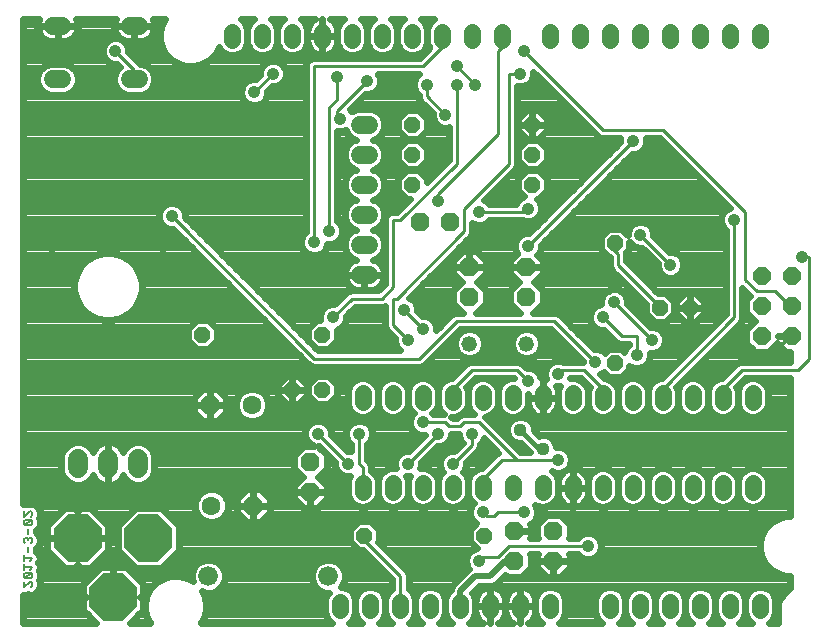
<source format=gbl>
G75*
%MOIN*%
%OFA0B0*%
%FSLAX25Y25*%
%IPPOS*%
%LPD*%
%AMOC8*
5,1,8,0,0,1.08239X$1,22.5*
%
%ADD10C,0.00500*%
%ADD11C,0.05600*%
%ADD12OC8,0.06102*%
%ADD13OC8,0.15748*%
%ADD14C,0.07677*%
%ADD15C,0.06600*%
%ADD16C,0.06600*%
%ADD17OC8,0.05200*%
%ADD18C,0.06000*%
%ADD19C,0.05200*%
%ADD20OC8,0.06300*%
%ADD21C,0.06300*%
%ADD22C,0.05937*%
%ADD23C,0.02000*%
%ADD24C,0.02400*%
%ADD25C,0.01200*%
%ADD26C,0.04362*%
%ADD27C,0.01600*%
%ADD28C,0.04400*%
%ADD29C,0.01000*%
%ADD30C,0.04200*%
D10*
X0086348Y0021731D02*
X0088150Y0023533D01*
X0088600Y0023533D01*
X0089050Y0023082D01*
X0089050Y0022182D01*
X0088600Y0021731D01*
X0086348Y0021731D02*
X0086348Y0023533D01*
X0086798Y0024678D02*
X0088600Y0026479D01*
X0086798Y0026479D01*
X0086348Y0026029D01*
X0086348Y0025128D01*
X0086798Y0024678D01*
X0088600Y0024678D01*
X0089050Y0025128D01*
X0089050Y0026029D01*
X0088600Y0026479D01*
X0088150Y0027624D02*
X0089050Y0028525D01*
X0086348Y0028525D01*
X0086348Y0027624D02*
X0086348Y0029426D01*
X0086348Y0030571D02*
X0086348Y0032372D01*
X0086348Y0031472D02*
X0089050Y0031472D01*
X0088150Y0030571D01*
X0087699Y0033517D02*
X0087699Y0035319D01*
X0086798Y0036464D02*
X0086348Y0036914D01*
X0086348Y0037815D01*
X0086798Y0038265D01*
X0087249Y0038265D01*
X0087699Y0037815D01*
X0087699Y0037365D01*
X0087699Y0037815D02*
X0088150Y0038265D01*
X0088600Y0038265D01*
X0089050Y0037815D01*
X0089050Y0036914D01*
X0088600Y0036464D01*
X0087699Y0039410D02*
X0087699Y0041212D01*
X0086798Y0042357D02*
X0088600Y0044159D01*
X0086798Y0044159D01*
X0086348Y0043708D01*
X0086348Y0042807D01*
X0086798Y0042357D01*
X0088600Y0042357D01*
X0089050Y0042807D01*
X0089050Y0043708D01*
X0088600Y0044159D01*
X0088600Y0045303D02*
X0089050Y0045754D01*
X0089050Y0046655D01*
X0088600Y0047105D01*
X0088150Y0047105D01*
X0086348Y0045303D01*
X0086348Y0047105D01*
D11*
X0191798Y0016900D02*
X0191798Y0014100D01*
X0201798Y0014100D02*
X0201798Y0016900D01*
X0211798Y0016900D02*
X0211798Y0014100D01*
X0221798Y0014100D02*
X0221798Y0016900D01*
X0231798Y0016900D02*
X0231798Y0014100D01*
X0241798Y0014100D02*
X0241798Y0016900D01*
X0251798Y0016900D02*
X0251798Y0014100D01*
X0261798Y0014100D02*
X0261798Y0016900D01*
X0281798Y0016900D02*
X0281798Y0014100D01*
X0291798Y0014100D02*
X0291798Y0016900D01*
X0301798Y0016900D02*
X0301798Y0014100D01*
X0311798Y0014100D02*
X0311798Y0016900D01*
X0321798Y0016900D02*
X0321798Y0014100D01*
X0331798Y0014100D02*
X0331798Y0016900D01*
X0329298Y0053600D02*
X0329298Y0056400D01*
X0319298Y0056400D02*
X0319298Y0053600D01*
X0309298Y0053600D02*
X0309298Y0056400D01*
X0299298Y0056400D02*
X0299298Y0053600D01*
X0289298Y0053600D02*
X0289298Y0056400D01*
X0279298Y0056400D02*
X0279298Y0053600D01*
X0269298Y0053600D02*
X0269298Y0056400D01*
X0259298Y0056400D02*
X0259298Y0053600D01*
X0249298Y0053600D02*
X0249298Y0056400D01*
X0239298Y0056400D02*
X0239298Y0053600D01*
X0229298Y0053600D02*
X0229298Y0056400D01*
X0219298Y0056400D02*
X0219298Y0053600D01*
X0209298Y0053600D02*
X0209298Y0056400D01*
X0199298Y0056400D02*
X0199298Y0053600D01*
X0199298Y0083600D02*
X0199298Y0086400D01*
X0209298Y0086400D02*
X0209298Y0083600D01*
X0219298Y0083600D02*
X0219298Y0086400D01*
X0229298Y0086400D02*
X0229298Y0083600D01*
X0239298Y0083600D02*
X0239298Y0086400D01*
X0249298Y0086400D02*
X0249298Y0083600D01*
X0259298Y0083600D02*
X0259298Y0086400D01*
X0269298Y0086400D02*
X0269298Y0083600D01*
X0279298Y0083600D02*
X0279298Y0086400D01*
X0289298Y0086400D02*
X0289298Y0083600D01*
X0299298Y0083600D02*
X0299298Y0086400D01*
X0309298Y0086400D02*
X0309298Y0083600D01*
X0319298Y0083600D02*
X0319298Y0086400D01*
X0329298Y0086400D02*
X0329298Y0083600D01*
X0331798Y0204100D02*
X0331798Y0206900D01*
X0321798Y0206900D02*
X0321798Y0204100D01*
X0311798Y0204100D02*
X0311798Y0206900D01*
X0301798Y0206900D02*
X0301798Y0204100D01*
X0291798Y0204100D02*
X0291798Y0206900D01*
X0281798Y0206900D02*
X0281798Y0204100D01*
X0271798Y0204100D02*
X0271798Y0206900D01*
X0261798Y0206900D02*
X0261798Y0204100D01*
X0245798Y0204100D02*
X0245798Y0206900D01*
X0235798Y0206900D02*
X0235798Y0204100D01*
X0225798Y0204100D02*
X0225798Y0206900D01*
X0215798Y0206900D02*
X0215798Y0204100D01*
X0205798Y0204100D02*
X0205798Y0206900D01*
X0195798Y0206900D02*
X0195798Y0204100D01*
X0185798Y0204100D02*
X0185798Y0206900D01*
X0175798Y0206900D02*
X0175798Y0204100D01*
X0165798Y0204100D02*
X0165798Y0206900D01*
X0155798Y0206900D02*
X0155798Y0204100D01*
D12*
X0332298Y0125500D03*
X0342298Y0125500D03*
X0342298Y0115500D03*
X0332298Y0115500D03*
X0332298Y0105500D03*
X0342298Y0105500D03*
D13*
X0127798Y0038200D03*
X0104198Y0038200D03*
X0115998Y0018500D03*
D14*
X0112998Y0018500D03*
X0118998Y0018500D03*
X0127798Y0035200D03*
X0127798Y0041200D03*
X0104198Y0041200D03*
X0104198Y0035200D03*
D15*
X0147798Y0025500D03*
X0187798Y0025500D03*
D16*
X0124298Y0061350D02*
X0124298Y0064650D01*
X0114298Y0064650D02*
X0114298Y0061350D01*
X0104298Y0061350D02*
X0104298Y0064650D01*
D17*
X0175798Y0087500D03*
X0185798Y0087500D03*
X0185798Y0106000D03*
X0145798Y0106000D03*
X0215798Y0156000D03*
X0215798Y0166000D03*
X0215798Y0176000D03*
X0255798Y0176000D03*
X0255798Y0166000D03*
X0255798Y0156000D03*
X0283298Y0136500D03*
X0298298Y0115000D03*
X0308298Y0115000D03*
X0283298Y0096500D03*
X0239798Y0039000D03*
X0199798Y0039000D03*
D18*
X0124598Y0191100D02*
X0121598Y0191100D01*
X0098998Y0191100D02*
X0095998Y0191100D01*
X0095998Y0208900D02*
X0098998Y0208900D01*
X0121598Y0208900D02*
X0124598Y0208900D01*
D19*
X0234798Y0103000D03*
X0253798Y0103000D03*
D20*
X0253798Y0118500D03*
X0253798Y0128500D03*
X0234798Y0128500D03*
X0234798Y0118500D03*
X0228298Y0143500D03*
X0218298Y0143500D03*
X0148298Y0082500D03*
X0181798Y0063500D03*
X0181798Y0053500D03*
X0162798Y0049000D03*
X0249798Y0040500D03*
X0262798Y0040500D03*
X0262798Y0030500D03*
X0249798Y0030500D03*
D21*
X0148798Y0049000D03*
X0162298Y0082500D03*
D22*
X0198314Y0126000D02*
X0201282Y0126000D01*
X0201282Y0136000D02*
X0198314Y0136000D01*
X0198314Y0146000D02*
X0201282Y0146000D01*
X0201282Y0156000D02*
X0198314Y0156000D01*
X0198314Y0166000D02*
X0201282Y0166000D01*
X0201282Y0176000D02*
X0198314Y0176000D01*
D23*
X0246798Y0030500D02*
X0249798Y0030500D01*
X0246798Y0030500D02*
X0241798Y0025500D01*
X0236798Y0025500D01*
X0231798Y0020500D01*
X0231798Y0015500D01*
D24*
X0086098Y0019281D02*
X0086098Y0009800D01*
X0110451Y0009800D01*
X0105924Y0014327D01*
X0105924Y0018420D01*
X0106959Y0018420D01*
X0106959Y0018580D01*
X0105924Y0018580D01*
X0105924Y0022673D01*
X0111825Y0028574D01*
X0115918Y0028574D01*
X0115918Y0023826D01*
X0115998Y0023793D01*
X0116078Y0023826D01*
X0116078Y0028574D01*
X0120171Y0028574D01*
X0126072Y0022673D01*
X0126072Y0018580D01*
X0125037Y0018580D01*
X0125037Y0018420D01*
X0126072Y0018420D01*
X0126072Y0014327D01*
X0121545Y0009800D01*
X0128427Y0009800D01*
X0127387Y0011602D01*
X0126699Y0014170D01*
X0126699Y0016830D01*
X0127387Y0019398D01*
X0128717Y0021701D01*
X0130597Y0023581D01*
X0132900Y0024911D01*
X0135468Y0025599D01*
X0138128Y0025599D01*
X0140696Y0024911D01*
X0142527Y0023854D01*
X0142298Y0024406D01*
X0142298Y0026594D01*
X0143135Y0028615D01*
X0144682Y0030163D01*
X0146704Y0031000D01*
X0148892Y0031000D01*
X0150913Y0030163D01*
X0152461Y0028615D01*
X0153298Y0026594D01*
X0153298Y0024406D01*
X0152461Y0022384D01*
X0150913Y0020837D01*
X0148892Y0020000D01*
X0146704Y0020000D01*
X0145597Y0020459D01*
X0146209Y0019398D01*
X0146897Y0016830D01*
X0146897Y0014170D01*
X0146209Y0011602D01*
X0145169Y0009800D01*
X0189114Y0009800D01*
X0188966Y0009861D01*
X0187559Y0011268D01*
X0186798Y0013105D01*
X0186798Y0017895D01*
X0187559Y0019732D01*
X0187827Y0020000D01*
X0186704Y0020000D01*
X0184682Y0020837D01*
X0183135Y0022384D01*
X0182298Y0024406D01*
X0182298Y0026594D01*
X0183135Y0028615D01*
X0184682Y0030163D01*
X0186704Y0031000D01*
X0188892Y0031000D01*
X0190913Y0030163D01*
X0192461Y0028615D01*
X0193298Y0026594D01*
X0193298Y0024406D01*
X0192461Y0022384D01*
X0191976Y0021900D01*
X0192793Y0021900D01*
X0194630Y0021139D01*
X0196037Y0019732D01*
X0196798Y0017895D01*
X0196798Y0013105D01*
X0196037Y0011268D01*
X0194630Y0009861D01*
X0194482Y0009800D01*
X0199114Y0009800D01*
X0198966Y0009861D01*
X0197559Y0011268D01*
X0196798Y0013105D01*
X0196798Y0017895D01*
X0197559Y0019732D01*
X0198966Y0021139D01*
X0200803Y0021900D01*
X0202793Y0021900D01*
X0204630Y0021139D01*
X0206037Y0019732D01*
X0206798Y0017895D01*
X0206798Y0013105D01*
X0206037Y0011268D01*
X0204630Y0009861D01*
X0204482Y0009800D01*
X0209114Y0009800D01*
X0208966Y0009861D01*
X0207559Y0011268D01*
X0206798Y0013105D01*
X0206798Y0017895D01*
X0207559Y0019732D01*
X0208966Y0021139D01*
X0209098Y0021194D01*
X0209098Y0024382D01*
X0199280Y0034200D01*
X0197810Y0034200D01*
X0194998Y0037012D01*
X0194998Y0040988D01*
X0197810Y0043800D01*
X0201786Y0043800D01*
X0204598Y0040988D01*
X0204598Y0037012D01*
X0204351Y0036765D01*
X0214087Y0027029D01*
X0214498Y0026037D01*
X0214498Y0021194D01*
X0214630Y0021139D01*
X0216037Y0019732D01*
X0216798Y0017895D01*
X0216798Y0013105D01*
X0216037Y0011268D01*
X0214630Y0009861D01*
X0214482Y0009800D01*
X0219114Y0009800D01*
X0218966Y0009861D01*
X0217559Y0011268D01*
X0216798Y0013105D01*
X0216798Y0017895D01*
X0217559Y0019732D01*
X0218966Y0021139D01*
X0220803Y0021900D01*
X0222793Y0021900D01*
X0224630Y0021139D01*
X0226037Y0019732D01*
X0226798Y0017895D01*
X0226798Y0013105D01*
X0226037Y0011268D01*
X0224630Y0009861D01*
X0224482Y0009800D01*
X0229114Y0009800D01*
X0228966Y0009861D01*
X0227559Y0011268D01*
X0226798Y0013105D01*
X0226798Y0017895D01*
X0227559Y0019732D01*
X0228598Y0020771D01*
X0228598Y0021137D01*
X0229085Y0022313D01*
X0234085Y0027313D01*
X0234620Y0027847D01*
X0234403Y0028064D01*
X0233748Y0029645D01*
X0233748Y0031355D01*
X0234403Y0032936D01*
X0235612Y0034145D01*
X0237193Y0034800D01*
X0237210Y0034800D01*
X0234998Y0037012D01*
X0234998Y0040988D01*
X0237041Y0043031D01*
X0236862Y0043105D01*
X0235653Y0044314D01*
X0234998Y0045895D01*
X0234998Y0047605D01*
X0235653Y0049186D01*
X0236147Y0049680D01*
X0235059Y0050768D01*
X0234298Y0052605D01*
X0234298Y0057395D01*
X0235059Y0059232D01*
X0236466Y0060639D01*
X0238303Y0061400D01*
X0238880Y0061400D01*
X0243259Y0065779D01*
X0244019Y0066539D01*
X0244317Y0066663D01*
X0239551Y0071428D01*
X0239193Y0070564D01*
X0238248Y0069619D01*
X0238248Y0068713D01*
X0237837Y0067721D01*
X0237077Y0066961D01*
X0233598Y0063482D01*
X0233598Y0062145D01*
X0232943Y0060564D01*
X0232574Y0060195D01*
X0233537Y0059232D01*
X0234298Y0057395D01*
X0234298Y0052605D01*
X0233537Y0050768D01*
X0232130Y0049361D01*
X0230293Y0048600D01*
X0228303Y0048600D01*
X0226466Y0049361D01*
X0225059Y0050768D01*
X0224298Y0052605D01*
X0224298Y0057395D01*
X0225059Y0059232D01*
X0226022Y0060195D01*
X0225653Y0060564D01*
X0224998Y0062145D01*
X0224998Y0063855D01*
X0225653Y0065436D01*
X0226862Y0066645D01*
X0228443Y0067300D01*
X0229780Y0067300D01*
X0232473Y0069994D01*
X0231903Y0070564D01*
X0231248Y0072145D01*
X0231248Y0072800D01*
X0228598Y0072800D01*
X0228598Y0072145D01*
X0227943Y0070564D01*
X0226734Y0069355D01*
X0225153Y0068700D01*
X0223816Y0068700D01*
X0218598Y0063482D01*
X0218598Y0062145D01*
X0218287Y0061393D01*
X0218303Y0061400D01*
X0220293Y0061400D01*
X0222130Y0060639D01*
X0223537Y0059232D01*
X0224298Y0057395D01*
X0224298Y0052605D01*
X0223537Y0050768D01*
X0222130Y0049361D01*
X0220293Y0048600D01*
X0218303Y0048600D01*
X0216466Y0049361D01*
X0215059Y0050768D01*
X0214298Y0052605D01*
X0214298Y0057395D01*
X0214839Y0058700D01*
X0213757Y0058700D01*
X0214298Y0057395D01*
X0214298Y0052605D01*
X0213537Y0050768D01*
X0212130Y0049361D01*
X0210293Y0048600D01*
X0208303Y0048600D01*
X0206466Y0049361D01*
X0205059Y0050768D01*
X0204298Y0052605D01*
X0204298Y0057395D01*
X0203537Y0059232D01*
X0202130Y0060639D01*
X0201998Y0060694D01*
X0201998Y0062287D01*
X0201587Y0063279D01*
X0200748Y0064118D01*
X0200748Y0069619D01*
X0201693Y0070564D01*
X0202348Y0072145D01*
X0202348Y0073855D01*
X0201693Y0075436D01*
X0200484Y0076645D01*
X0198903Y0077300D01*
X0197193Y0077300D01*
X0195612Y0076645D01*
X0194403Y0075436D01*
X0193748Y0073855D01*
X0193748Y0072145D01*
X0194403Y0070564D01*
X0195348Y0069619D01*
X0195348Y0067219D01*
X0195153Y0067300D01*
X0193816Y0067300D01*
X0188598Y0072518D01*
X0188598Y0073855D01*
X0187943Y0075436D01*
X0186734Y0076645D01*
X0185153Y0077300D01*
X0183443Y0077300D01*
X0181862Y0076645D01*
X0180653Y0075436D01*
X0179998Y0073855D01*
X0179998Y0072145D01*
X0180653Y0070564D01*
X0181862Y0069355D01*
X0183081Y0068850D01*
X0179582Y0068850D01*
X0176448Y0065716D01*
X0176448Y0061284D01*
X0179232Y0058500D01*
X0176448Y0055716D01*
X0176448Y0053500D01*
X0181798Y0053500D01*
X0187148Y0053500D01*
X0187148Y0055716D01*
X0184364Y0058500D01*
X0187148Y0061284D01*
X0187148Y0065716D01*
X0184164Y0068700D01*
X0184780Y0068700D01*
X0189998Y0063482D01*
X0189998Y0062145D01*
X0190653Y0060564D01*
X0191862Y0059355D01*
X0193443Y0058700D01*
X0194839Y0058700D01*
X0194298Y0057395D01*
X0194298Y0052605D01*
X0195059Y0050768D01*
X0196466Y0049361D01*
X0198303Y0048600D01*
X0200293Y0048600D01*
X0202130Y0049361D01*
X0203537Y0050768D01*
X0204298Y0052605D01*
X0204298Y0057395D01*
X0205059Y0059232D01*
X0206466Y0060639D01*
X0208303Y0061400D01*
X0210293Y0061400D01*
X0210309Y0061393D01*
X0209998Y0062145D01*
X0209998Y0063855D01*
X0210653Y0065436D01*
X0211862Y0066645D01*
X0213443Y0067300D01*
X0214780Y0067300D01*
X0219930Y0072450D01*
X0218443Y0072450D01*
X0216862Y0073105D01*
X0215653Y0074314D01*
X0214998Y0075895D01*
X0214998Y0077605D01*
X0215653Y0079186D01*
X0216147Y0079680D01*
X0215059Y0080768D01*
X0214298Y0082605D01*
X0213537Y0080768D01*
X0212130Y0079361D01*
X0210293Y0078600D01*
X0208303Y0078600D01*
X0206466Y0079361D01*
X0205059Y0080768D01*
X0204298Y0082605D01*
X0204298Y0087395D01*
X0205059Y0089232D01*
X0206466Y0090639D01*
X0208303Y0091400D01*
X0210293Y0091400D01*
X0212130Y0090639D01*
X0213537Y0089232D01*
X0214298Y0087395D01*
X0214298Y0082605D01*
X0214298Y0087395D01*
X0215059Y0089232D01*
X0216466Y0090639D01*
X0218303Y0091400D01*
X0220293Y0091400D01*
X0222130Y0090639D01*
X0223537Y0089232D01*
X0224298Y0087395D01*
X0224298Y0082605D01*
X0223537Y0080768D01*
X0222449Y0079680D01*
X0222679Y0079450D01*
X0226377Y0079450D01*
X0225059Y0080768D01*
X0224298Y0082605D01*
X0224298Y0087395D01*
X0225059Y0089232D01*
X0226466Y0090639D01*
X0228303Y0091400D01*
X0228880Y0091400D01*
X0233259Y0095779D01*
X0234019Y0096539D01*
X0235011Y0096950D01*
X0251085Y0096950D01*
X0252077Y0096539D01*
X0253816Y0094800D01*
X0255153Y0094800D01*
X0256734Y0094145D01*
X0257943Y0092936D01*
X0258598Y0091355D01*
X0258598Y0091351D01*
X0258904Y0091400D01*
X0259298Y0091400D01*
X0259298Y0085000D01*
X0264298Y0085000D01*
X0264298Y0086794D01*
X0264175Y0087571D01*
X0263932Y0088319D01*
X0263738Y0088700D01*
X0264839Y0088700D01*
X0264298Y0087395D01*
X0264298Y0082605D01*
X0265059Y0080768D01*
X0266466Y0079361D01*
X0268303Y0078600D01*
X0270293Y0078600D01*
X0272130Y0079361D01*
X0273537Y0080768D01*
X0274298Y0082605D01*
X0275059Y0080768D01*
X0276466Y0079361D01*
X0278303Y0078600D01*
X0280293Y0078600D01*
X0282130Y0079361D01*
X0283537Y0080768D01*
X0284298Y0082605D01*
X0285059Y0080768D01*
X0286466Y0079361D01*
X0288303Y0078600D01*
X0290293Y0078600D01*
X0292130Y0079361D01*
X0293537Y0080768D01*
X0294298Y0082605D01*
X0294298Y0087395D01*
X0293537Y0089232D01*
X0292130Y0090639D01*
X0290293Y0091400D01*
X0288303Y0091400D01*
X0286466Y0090639D01*
X0285059Y0089232D01*
X0284298Y0087395D01*
X0284298Y0082605D01*
X0284298Y0087395D01*
X0283537Y0089232D01*
X0282130Y0090639D01*
X0280293Y0091400D01*
X0279716Y0091400D01*
X0278370Y0092747D01*
X0279234Y0093105D01*
X0279569Y0093440D01*
X0281310Y0091700D01*
X0285286Y0091700D01*
X0288098Y0094512D01*
X0288098Y0095619D01*
X0288112Y0095605D01*
X0289693Y0094950D01*
X0291403Y0094950D01*
X0292984Y0095605D01*
X0294193Y0096814D01*
X0294848Y0098395D01*
X0294848Y0099950D01*
X0296403Y0099950D01*
X0297984Y0100605D01*
X0299193Y0101814D01*
X0299848Y0103395D01*
X0299848Y0105105D01*
X0299193Y0106686D01*
X0297984Y0107895D01*
X0296403Y0108550D01*
X0295066Y0108550D01*
X0287348Y0116268D01*
X0287348Y0117605D01*
X0286693Y0119186D01*
X0285484Y0120395D01*
X0283903Y0121050D01*
X0282193Y0121050D01*
X0280612Y0120395D01*
X0279403Y0119186D01*
X0278748Y0117605D01*
X0278748Y0116050D01*
X0278443Y0116050D01*
X0276862Y0115395D01*
X0275653Y0114186D01*
X0274998Y0112605D01*
X0274998Y0110895D01*
X0275653Y0109314D01*
X0276862Y0108105D01*
X0278443Y0107450D01*
X0279780Y0107450D01*
X0284019Y0103211D01*
X0285011Y0102800D01*
X0287848Y0102800D01*
X0287848Y0102631D01*
X0286903Y0101686D01*
X0286316Y0100270D01*
X0285286Y0101300D01*
X0281310Y0101300D01*
X0279819Y0099810D01*
X0279234Y0100395D01*
X0277653Y0101050D01*
X0276316Y0101050D01*
X0264577Y0112789D01*
X0263585Y0113200D01*
X0256064Y0113200D01*
X0259148Y0116284D01*
X0259148Y0120716D01*
X0256364Y0123500D01*
X0259148Y0126284D01*
X0259148Y0128500D01*
X0259148Y0130716D01*
X0257372Y0132492D01*
X0257943Y0133064D01*
X0258598Y0134645D01*
X0258598Y0135982D01*
X0288816Y0166200D01*
X0290153Y0166200D01*
X0291734Y0166855D01*
X0292943Y0168064D01*
X0293598Y0169645D01*
X0293598Y0171355D01*
X0293517Y0171550D01*
X0298180Y0171550D01*
X0321476Y0148253D01*
X0320612Y0147895D01*
X0319403Y0146686D01*
X0318748Y0145105D01*
X0318748Y0143395D01*
X0319403Y0141814D01*
X0320348Y0140869D01*
X0320348Y0112868D01*
X0298880Y0091400D01*
X0298303Y0091400D01*
X0296466Y0090639D01*
X0295059Y0089232D01*
X0294298Y0087395D01*
X0294298Y0082605D01*
X0295059Y0080768D01*
X0296466Y0079361D01*
X0298303Y0078600D01*
X0300293Y0078600D01*
X0302130Y0079361D01*
X0303537Y0080768D01*
X0304298Y0082605D01*
X0305059Y0080768D01*
X0306466Y0079361D01*
X0308303Y0078600D01*
X0310293Y0078600D01*
X0312130Y0079361D01*
X0313537Y0080768D01*
X0314298Y0082605D01*
X0314298Y0087395D01*
X0313537Y0089232D01*
X0312130Y0090639D01*
X0310293Y0091400D01*
X0308303Y0091400D01*
X0306466Y0090639D01*
X0305059Y0089232D01*
X0304298Y0087395D01*
X0304298Y0082605D01*
X0304298Y0087395D01*
X0303775Y0088658D01*
X0324577Y0109461D01*
X0325337Y0110221D01*
X0325748Y0111213D01*
X0325748Y0121482D01*
X0328259Y0118971D01*
X0328301Y0118929D01*
X0327047Y0117675D01*
X0327047Y0113325D01*
X0329872Y0110500D01*
X0327047Y0107675D01*
X0327047Y0103325D01*
X0330123Y0100249D01*
X0334473Y0100249D01*
X0337298Y0103074D01*
X0340123Y0100249D01*
X0341798Y0100249D01*
X0341798Y0096950D01*
X0325011Y0096950D01*
X0324019Y0096539D01*
X0323259Y0095779D01*
X0318880Y0091400D01*
X0318303Y0091400D01*
X0316466Y0090639D01*
X0315059Y0089232D01*
X0314298Y0087395D01*
X0314298Y0082605D01*
X0315059Y0080768D01*
X0316466Y0079361D01*
X0318303Y0078600D01*
X0320293Y0078600D01*
X0322130Y0079361D01*
X0323537Y0080768D01*
X0324298Y0082605D01*
X0325059Y0080768D01*
X0326466Y0079361D01*
X0328303Y0078600D01*
X0330293Y0078600D01*
X0332130Y0079361D01*
X0333537Y0080768D01*
X0334298Y0082605D01*
X0334298Y0087395D01*
X0333537Y0089232D01*
X0332130Y0090639D01*
X0330293Y0091400D01*
X0328303Y0091400D01*
X0326466Y0090639D01*
X0325059Y0089232D01*
X0324298Y0087395D01*
X0324298Y0082605D01*
X0324298Y0087395D01*
X0323775Y0088658D01*
X0326666Y0091550D01*
X0341798Y0091550D01*
X0341798Y0045599D01*
X0340468Y0045599D01*
X0337900Y0044911D01*
X0335597Y0043581D01*
X0333717Y0041701D01*
X0332387Y0039398D01*
X0331699Y0036830D01*
X0331699Y0034170D01*
X0332387Y0031602D01*
X0333717Y0029299D01*
X0335597Y0027419D01*
X0337900Y0026089D01*
X0340468Y0025401D01*
X0341798Y0025401D01*
X0341798Y0021581D01*
X0339362Y0019145D01*
X0338153Y0017936D01*
X0337498Y0016355D01*
X0337498Y0009800D01*
X0334482Y0009800D01*
X0334630Y0009861D01*
X0336037Y0011268D01*
X0336798Y0013105D01*
X0336798Y0017895D01*
X0336037Y0019732D01*
X0334630Y0021139D01*
X0332793Y0021900D01*
X0330803Y0021900D01*
X0328966Y0021139D01*
X0327559Y0019732D01*
X0326798Y0017895D01*
X0326037Y0019732D01*
X0324630Y0021139D01*
X0322793Y0021900D01*
X0320803Y0021900D01*
X0318966Y0021139D01*
X0317559Y0019732D01*
X0316798Y0017895D01*
X0316037Y0019732D01*
X0314630Y0021139D01*
X0312793Y0021900D01*
X0310803Y0021900D01*
X0308966Y0021139D01*
X0307559Y0019732D01*
X0306798Y0017895D01*
X0306037Y0019732D01*
X0304630Y0021139D01*
X0302793Y0021900D01*
X0300803Y0021900D01*
X0298966Y0021139D01*
X0297559Y0019732D01*
X0296798Y0017895D01*
X0296037Y0019732D01*
X0294630Y0021139D01*
X0292793Y0021900D01*
X0290803Y0021900D01*
X0288966Y0021139D01*
X0287559Y0019732D01*
X0286798Y0017895D01*
X0286037Y0019732D01*
X0284630Y0021139D01*
X0282793Y0021900D01*
X0280803Y0021900D01*
X0278966Y0021139D01*
X0277559Y0019732D01*
X0276798Y0017895D01*
X0276798Y0013105D01*
X0277559Y0011268D01*
X0278966Y0009861D01*
X0279114Y0009800D01*
X0264482Y0009800D01*
X0264630Y0009861D01*
X0266037Y0011268D01*
X0266798Y0013105D01*
X0266798Y0017895D01*
X0266037Y0019732D01*
X0264630Y0021139D01*
X0262793Y0021900D01*
X0260803Y0021900D01*
X0258966Y0021139D01*
X0257559Y0019732D01*
X0256798Y0017895D01*
X0256798Y0013105D01*
X0257559Y0011268D01*
X0258966Y0009861D01*
X0259114Y0009800D01*
X0254372Y0009800D01*
X0254419Y0009824D01*
X0255055Y0010286D01*
X0255612Y0010843D01*
X0256074Y0011479D01*
X0256432Y0012181D01*
X0256675Y0012929D01*
X0256798Y0013706D01*
X0256798Y0015500D01*
X0256798Y0017294D01*
X0256675Y0018071D01*
X0256432Y0018819D01*
X0256074Y0019521D01*
X0255612Y0020157D01*
X0255055Y0020714D01*
X0254419Y0021176D01*
X0253717Y0021534D01*
X0252969Y0021777D01*
X0252191Y0021900D01*
X0251798Y0021900D01*
X0251798Y0015500D01*
X0251798Y0015500D01*
X0256798Y0015500D01*
X0251798Y0015500D01*
X0251798Y0015500D01*
X0251798Y0015500D01*
X0246798Y0015500D01*
X0246798Y0017294D01*
X0246675Y0018071D01*
X0246432Y0018819D01*
X0246074Y0019521D01*
X0245612Y0020157D01*
X0245055Y0020714D01*
X0244419Y0021176D01*
X0243717Y0021534D01*
X0242969Y0021777D01*
X0242191Y0021900D01*
X0241798Y0021900D01*
X0241798Y0015500D01*
X0241798Y0015500D01*
X0246798Y0015500D01*
X0246798Y0017294D01*
X0246921Y0018071D01*
X0247164Y0018819D01*
X0247522Y0019521D01*
X0247984Y0020157D01*
X0248541Y0020714D01*
X0249177Y0021176D01*
X0249879Y0021534D01*
X0250627Y0021777D01*
X0251404Y0021900D01*
X0251798Y0021900D01*
X0251798Y0015500D01*
X0251798Y0009800D01*
X0251798Y0009800D01*
X0251798Y0015500D01*
X0251798Y0015500D01*
X0246798Y0015500D01*
X0241798Y0015500D01*
X0241798Y0015500D01*
X0241798Y0009800D01*
X0241798Y0009800D01*
X0241798Y0015500D01*
X0241798Y0015500D01*
X0241798Y0015500D01*
X0236798Y0015500D01*
X0236798Y0017294D01*
X0236921Y0018071D01*
X0237164Y0018819D01*
X0237522Y0019521D01*
X0237984Y0020157D01*
X0238541Y0020714D01*
X0239177Y0021176D01*
X0239879Y0021534D01*
X0240627Y0021777D01*
X0241404Y0021900D01*
X0241798Y0021900D01*
X0241798Y0015500D01*
X0236798Y0015500D01*
X0236798Y0013706D01*
X0236921Y0012929D01*
X0237164Y0012181D01*
X0237522Y0011479D01*
X0237984Y0010843D01*
X0238541Y0010286D01*
X0239177Y0009824D01*
X0239224Y0009800D01*
X0234482Y0009800D01*
X0234630Y0009861D01*
X0236037Y0011268D01*
X0236798Y0013105D01*
X0236798Y0017895D01*
X0236037Y0019732D01*
X0235796Y0019973D01*
X0238123Y0022300D01*
X0242435Y0022300D01*
X0243611Y0022787D01*
X0246778Y0025954D01*
X0247582Y0025150D01*
X0252014Y0025150D01*
X0255148Y0028284D01*
X0255148Y0032716D01*
X0255064Y0032800D01*
X0257532Y0032800D01*
X0257448Y0032716D01*
X0257448Y0030500D01*
X0262798Y0030500D01*
X0268148Y0030500D01*
X0268148Y0032716D01*
X0268064Y0032800D01*
X0270917Y0032800D01*
X0271862Y0031855D01*
X0273443Y0031200D01*
X0275153Y0031200D01*
X0276734Y0031855D01*
X0277943Y0033064D01*
X0278598Y0034645D01*
X0278598Y0036355D01*
X0277943Y0037936D01*
X0276734Y0039145D01*
X0275153Y0039800D01*
X0273443Y0039800D01*
X0271862Y0039145D01*
X0270917Y0038200D01*
X0268064Y0038200D01*
X0268148Y0038284D01*
X0268148Y0042716D01*
X0265014Y0045850D01*
X0260582Y0045850D01*
X0257448Y0042716D01*
X0257448Y0038284D01*
X0257532Y0038200D01*
X0255064Y0038200D01*
X0255148Y0038284D01*
X0255148Y0040500D01*
X0255148Y0042716D01*
X0254972Y0042892D01*
X0255484Y0043105D01*
X0256693Y0044314D01*
X0257348Y0045895D01*
X0257348Y0047605D01*
X0256693Y0049186D01*
X0256555Y0049324D01*
X0258303Y0048600D01*
X0260293Y0048600D01*
X0262130Y0049361D01*
X0263537Y0050768D01*
X0264298Y0052605D01*
X0264298Y0057395D01*
X0263537Y0059232D01*
X0262378Y0060391D01*
X0263443Y0059950D01*
X0265153Y0059950D01*
X0266373Y0060455D01*
X0266041Y0060214D01*
X0265484Y0059657D01*
X0265022Y0059021D01*
X0264664Y0058319D01*
X0264421Y0057571D01*
X0264298Y0056794D01*
X0264298Y0055000D01*
X0269298Y0055000D01*
X0269298Y0055000D01*
X0269298Y0061400D01*
X0269691Y0061400D01*
X0270469Y0061277D01*
X0271217Y0061034D01*
X0271919Y0060676D01*
X0272555Y0060214D01*
X0273112Y0059657D01*
X0273574Y0059021D01*
X0273932Y0058319D01*
X0274175Y0057571D01*
X0274298Y0056794D01*
X0274298Y0055000D01*
X0269298Y0055000D01*
X0269298Y0055000D01*
X0269298Y0061400D01*
X0268904Y0061400D01*
X0268127Y0061277D01*
X0267379Y0061034D01*
X0266939Y0060809D01*
X0267943Y0061814D01*
X0268598Y0063395D01*
X0268598Y0065105D01*
X0267943Y0066686D01*
X0266734Y0067895D01*
X0265153Y0068550D01*
X0263698Y0068550D01*
X0263698Y0068875D01*
X0263028Y0070492D01*
X0261790Y0071730D01*
X0260173Y0072400D01*
X0258423Y0072400D01*
X0258046Y0072244D01*
X0256198Y0074093D01*
X0256198Y0075125D01*
X0255528Y0076742D01*
X0254290Y0077980D01*
X0252673Y0078650D01*
X0250923Y0078650D01*
X0249306Y0077980D01*
X0248068Y0076742D01*
X0247398Y0075125D01*
X0247398Y0073375D01*
X0248068Y0071758D01*
X0249306Y0070520D01*
X0250923Y0069850D01*
X0251955Y0069850D01*
X0254855Y0066950D01*
X0251666Y0066950D01*
X0240016Y0078600D01*
X0240293Y0078600D01*
X0242130Y0079361D01*
X0243537Y0080768D01*
X0244298Y0082605D01*
X0245059Y0080768D01*
X0246466Y0079361D01*
X0248303Y0078600D01*
X0250293Y0078600D01*
X0252130Y0079361D01*
X0253537Y0080768D01*
X0254298Y0082605D01*
X0254298Y0086200D01*
X0254298Y0085000D01*
X0259298Y0085000D01*
X0259298Y0085000D01*
X0259298Y0085000D01*
X0264298Y0085000D01*
X0264298Y0083206D01*
X0264175Y0082429D01*
X0263932Y0081681D01*
X0263574Y0080979D01*
X0263112Y0080343D01*
X0262555Y0079786D01*
X0261919Y0079324D01*
X0261217Y0078966D01*
X0260469Y0078723D01*
X0259691Y0078600D01*
X0259298Y0078600D01*
X0259298Y0085000D01*
X0259298Y0085000D01*
X0259298Y0085000D01*
X0259298Y0091400D01*
X0259691Y0091400D01*
X0260350Y0091296D01*
X0259998Y0092145D01*
X0259998Y0093855D01*
X0260653Y0095436D01*
X0261862Y0096645D01*
X0263443Y0097300D01*
X0265153Y0097300D01*
X0265998Y0096950D01*
X0272498Y0096950D01*
X0272498Y0097232D01*
X0261930Y0107800D01*
X0231666Y0107800D01*
X0219577Y0095711D01*
X0218585Y0095300D01*
X0182511Y0095300D01*
X0181519Y0095711D01*
X0180759Y0096471D01*
X0136030Y0141200D01*
X0134693Y0141200D01*
X0133112Y0141855D01*
X0131903Y0143064D01*
X0131248Y0144645D01*
X0131248Y0146355D01*
X0131903Y0147936D01*
X0133112Y0149145D01*
X0134693Y0149800D01*
X0136403Y0149800D01*
X0137984Y0149145D01*
X0139193Y0147936D01*
X0139848Y0146355D01*
X0139848Y0145018D01*
X0184166Y0100700D01*
X0211767Y0100700D01*
X0210653Y0101814D01*
X0209998Y0103395D01*
X0209998Y0104732D01*
X0207769Y0106961D01*
X0207009Y0107721D01*
X0206598Y0108713D01*
X0206598Y0115512D01*
X0206085Y0115300D01*
X0196666Y0115300D01*
X0193598Y0112232D01*
X0193598Y0110895D01*
X0192943Y0109314D01*
X0191734Y0108105D01*
X0190598Y0107634D01*
X0190598Y0104012D01*
X0187786Y0101200D01*
X0183810Y0101200D01*
X0180998Y0104012D01*
X0180998Y0107988D01*
X0183810Y0110800D01*
X0185037Y0110800D01*
X0184998Y0110895D01*
X0184998Y0112605D01*
X0185653Y0114186D01*
X0186862Y0115395D01*
X0188443Y0116050D01*
X0189780Y0116050D01*
X0193259Y0119529D01*
X0194019Y0120289D01*
X0195011Y0120700D01*
X0204430Y0120700D01*
X0206598Y0122868D01*
X0206598Y0144787D01*
X0207009Y0145779D01*
X0207769Y0146539D01*
X0208761Y0146950D01*
X0210680Y0146950D01*
X0214930Y0151200D01*
X0213810Y0151200D01*
X0210998Y0154012D01*
X0210998Y0157988D01*
X0213810Y0160800D01*
X0217786Y0160800D01*
X0220598Y0157988D01*
X0220598Y0156868D01*
X0227848Y0164118D01*
X0227848Y0175031D01*
X0227653Y0174950D01*
X0225943Y0174950D01*
X0224362Y0175605D01*
X0223153Y0176814D01*
X0222498Y0178395D01*
X0222498Y0179732D01*
X0219019Y0183211D01*
X0218259Y0183971D01*
X0217848Y0184963D01*
X0217848Y0185869D01*
X0216903Y0186814D01*
X0216248Y0188395D01*
X0216248Y0190105D01*
X0216903Y0191686D01*
X0218017Y0192800D01*
X0204250Y0192800D01*
X0204848Y0191355D01*
X0204848Y0189645D01*
X0204193Y0188064D01*
X0202984Y0186855D01*
X0201403Y0186200D01*
X0200066Y0186200D01*
X0194873Y0181006D01*
X0195443Y0180436D01*
X0195454Y0180410D01*
X0197286Y0181168D01*
X0202310Y0181168D01*
X0204210Y0180382D01*
X0205664Y0178928D01*
X0206451Y0177028D01*
X0206451Y0174972D01*
X0205664Y0173072D01*
X0204210Y0171618D01*
X0202717Y0171000D01*
X0204210Y0170382D01*
X0205664Y0168928D01*
X0206451Y0167028D01*
X0206451Y0164972D01*
X0205664Y0163072D01*
X0204210Y0161618D01*
X0202717Y0161000D01*
X0204210Y0160382D01*
X0205664Y0158928D01*
X0206451Y0157028D01*
X0206451Y0154972D01*
X0205664Y0153072D01*
X0204210Y0151618D01*
X0202717Y0151000D01*
X0204210Y0150382D01*
X0205664Y0148928D01*
X0206451Y0147028D01*
X0206451Y0144972D01*
X0205664Y0143072D01*
X0204210Y0141618D01*
X0202717Y0141000D01*
X0204210Y0140382D01*
X0205664Y0138928D01*
X0206451Y0137028D01*
X0206451Y0134972D01*
X0205664Y0133072D01*
X0204210Y0131618D01*
X0202674Y0130982D01*
X0203266Y0130790D01*
X0203991Y0130420D01*
X0204649Y0129942D01*
X0205225Y0129367D01*
X0205703Y0128709D01*
X0206072Y0127984D01*
X0206323Y0127210D01*
X0206451Y0126407D01*
X0206451Y0126000D01*
X0199798Y0126000D01*
X0199798Y0126000D01*
X0206451Y0126000D01*
X0206451Y0125593D01*
X0206323Y0124790D01*
X0206072Y0124016D01*
X0205703Y0123291D01*
X0205225Y0122633D01*
X0204649Y0122058D01*
X0203991Y0121580D01*
X0203266Y0121210D01*
X0202493Y0120959D01*
X0201689Y0120831D01*
X0199798Y0120831D01*
X0199798Y0126000D01*
X0199798Y0126000D01*
X0199798Y0126000D01*
X0193145Y0126000D01*
X0193145Y0126407D01*
X0193273Y0127210D01*
X0193524Y0127984D01*
X0193893Y0128709D01*
X0194371Y0129367D01*
X0194947Y0129942D01*
X0195605Y0130420D01*
X0196330Y0130790D01*
X0196922Y0130982D01*
X0195386Y0131618D01*
X0193932Y0133072D01*
X0193145Y0134972D01*
X0193145Y0137028D01*
X0193932Y0138928D01*
X0195386Y0140382D01*
X0196879Y0141000D01*
X0195386Y0141618D01*
X0193932Y0143072D01*
X0193145Y0144972D01*
X0193145Y0147028D01*
X0193932Y0148928D01*
X0195386Y0150382D01*
X0196879Y0151000D01*
X0195386Y0151618D01*
X0193932Y0153072D01*
X0193145Y0154972D01*
X0193145Y0157028D01*
X0193932Y0158928D01*
X0195386Y0160382D01*
X0196879Y0161000D01*
X0195386Y0161618D01*
X0193932Y0163072D01*
X0193145Y0164972D01*
X0193145Y0167028D01*
X0193932Y0168928D01*
X0195386Y0170382D01*
X0196879Y0171000D01*
X0195386Y0171618D01*
X0193932Y0173072D01*
X0193523Y0174060D01*
X0192653Y0173700D01*
X0190943Y0173700D01*
X0190748Y0173781D01*
X0190748Y0143881D01*
X0191693Y0142936D01*
X0192348Y0141355D01*
X0192348Y0139645D01*
X0191693Y0138064D01*
X0190484Y0136855D01*
X0188903Y0136200D01*
X0187348Y0136200D01*
X0187348Y0135895D01*
X0186693Y0134314D01*
X0185484Y0133105D01*
X0183903Y0132450D01*
X0182193Y0132450D01*
X0180612Y0133105D01*
X0179403Y0134314D01*
X0178748Y0135895D01*
X0178748Y0137605D01*
X0179403Y0139186D01*
X0180348Y0140131D01*
X0180348Y0196037D01*
X0180759Y0197029D01*
X0181519Y0197789D01*
X0182511Y0198200D01*
X0218180Y0198200D01*
X0221468Y0201488D01*
X0220798Y0203105D01*
X0220798Y0207895D01*
X0221559Y0209732D01*
X0222966Y0211139D01*
X0223114Y0211200D01*
X0218482Y0211200D01*
X0218630Y0211139D01*
X0220037Y0209732D01*
X0220798Y0207895D01*
X0220798Y0203105D01*
X0220037Y0201268D01*
X0218630Y0199861D01*
X0216793Y0199100D01*
X0214803Y0199100D01*
X0212966Y0199861D01*
X0211559Y0201268D01*
X0210798Y0203105D01*
X0210798Y0207895D01*
X0211559Y0209732D01*
X0212966Y0211139D01*
X0213114Y0211200D01*
X0208482Y0211200D01*
X0208630Y0211139D01*
X0210037Y0209732D01*
X0210798Y0207895D01*
X0210798Y0203105D01*
X0210037Y0201268D01*
X0208630Y0199861D01*
X0206793Y0199100D01*
X0204803Y0199100D01*
X0202966Y0199861D01*
X0201559Y0201268D01*
X0200798Y0203105D01*
X0200798Y0207895D01*
X0201559Y0209732D01*
X0202966Y0211139D01*
X0203114Y0211200D01*
X0198482Y0211200D01*
X0198630Y0211139D01*
X0200037Y0209732D01*
X0200798Y0207895D01*
X0200798Y0203105D01*
X0200037Y0201268D01*
X0198630Y0199861D01*
X0196793Y0199100D01*
X0194803Y0199100D01*
X0192966Y0199861D01*
X0191559Y0201268D01*
X0190798Y0203105D01*
X0190798Y0207895D01*
X0191559Y0209732D01*
X0192966Y0211139D01*
X0193114Y0211200D01*
X0188372Y0211200D01*
X0188419Y0211176D01*
X0189055Y0210714D01*
X0189612Y0210157D01*
X0190074Y0209521D01*
X0190432Y0208819D01*
X0190675Y0208071D01*
X0190798Y0207294D01*
X0190798Y0205500D01*
X0185798Y0205500D01*
X0185798Y0205500D01*
X0185798Y0211200D01*
X0185798Y0211200D01*
X0185798Y0205500D01*
X0185798Y0205500D01*
X0190798Y0205500D01*
X0190798Y0203706D01*
X0190675Y0202929D01*
X0190432Y0202181D01*
X0190074Y0201479D01*
X0189612Y0200843D01*
X0189055Y0200286D01*
X0188419Y0199824D01*
X0187717Y0199466D01*
X0186969Y0199223D01*
X0186191Y0199100D01*
X0185798Y0199100D01*
X0185798Y0205500D01*
X0185798Y0205500D01*
X0185798Y0205500D01*
X0180798Y0205500D01*
X0180798Y0207294D01*
X0180921Y0208071D01*
X0181164Y0208819D01*
X0181522Y0209521D01*
X0181984Y0210157D01*
X0182541Y0210714D01*
X0183177Y0211176D01*
X0183224Y0211200D01*
X0178482Y0211200D01*
X0178630Y0211139D01*
X0180037Y0209732D01*
X0180798Y0207895D01*
X0180798Y0203105D01*
X0180037Y0201268D01*
X0178630Y0199861D01*
X0176793Y0199100D01*
X0174803Y0199100D01*
X0172966Y0199861D01*
X0171559Y0201268D01*
X0170798Y0203105D01*
X0170798Y0207895D01*
X0171559Y0209732D01*
X0172966Y0211139D01*
X0173114Y0211200D01*
X0168482Y0211200D01*
X0168630Y0211139D01*
X0170037Y0209732D01*
X0170798Y0207895D01*
X0170798Y0203105D01*
X0170037Y0201268D01*
X0168630Y0199861D01*
X0166793Y0199100D01*
X0164803Y0199100D01*
X0162966Y0199861D01*
X0161559Y0201268D01*
X0160798Y0203105D01*
X0160798Y0207895D01*
X0161559Y0209732D01*
X0162966Y0211139D01*
X0163114Y0211200D01*
X0158482Y0211200D01*
X0158630Y0211139D01*
X0160037Y0209732D01*
X0160798Y0207895D01*
X0160798Y0203105D01*
X0160037Y0201268D01*
X0158630Y0199861D01*
X0156793Y0199100D01*
X0154803Y0199100D01*
X0152966Y0199861D01*
X0151559Y0201268D01*
X0151292Y0201912D01*
X0151209Y0201602D01*
X0149879Y0199299D01*
X0147999Y0197419D01*
X0145696Y0196089D01*
X0143128Y0195401D01*
X0140468Y0195401D01*
X0137900Y0196089D01*
X0135597Y0197419D01*
X0133717Y0199299D01*
X0132387Y0201602D01*
X0131699Y0204170D01*
X0131699Y0206830D01*
X0132387Y0209398D01*
X0133427Y0211200D01*
X0129262Y0211200D01*
X0129417Y0210896D01*
X0129670Y0210118D01*
X0129798Y0209309D01*
X0129798Y0208900D01*
X0123098Y0208900D01*
X0123098Y0208900D01*
X0129798Y0208900D01*
X0129798Y0208491D01*
X0129670Y0207682D01*
X0129417Y0206904D01*
X0129045Y0206175D01*
X0128564Y0205512D01*
X0127986Y0204934D01*
X0127323Y0204453D01*
X0126594Y0204081D01*
X0125816Y0203828D01*
X0125007Y0203700D01*
X0123098Y0203700D01*
X0123098Y0208900D01*
X0123098Y0208900D01*
X0123098Y0208900D01*
X0116398Y0208900D01*
X0116398Y0209309D01*
X0116526Y0210118D01*
X0116779Y0210896D01*
X0116934Y0211200D01*
X0103662Y0211200D01*
X0103817Y0210896D01*
X0104070Y0210118D01*
X0104198Y0209309D01*
X0104198Y0208900D01*
X0097498Y0208900D01*
X0097498Y0208900D01*
X0104198Y0208900D01*
X0104198Y0208491D01*
X0104070Y0207682D01*
X0103817Y0206904D01*
X0103445Y0206175D01*
X0102964Y0205512D01*
X0102386Y0204934D01*
X0101723Y0204453D01*
X0100994Y0204081D01*
X0100216Y0203828D01*
X0099407Y0203700D01*
X0097498Y0203700D01*
X0097498Y0208900D01*
X0097498Y0208900D01*
X0097498Y0208900D01*
X0090798Y0208900D01*
X0090798Y0209309D01*
X0090926Y0210118D01*
X0091179Y0210896D01*
X0091334Y0211200D01*
X0086098Y0211200D01*
X0086098Y0049555D01*
X0086835Y0049555D01*
X0087249Y0049384D01*
X0087662Y0049555D01*
X0088113Y0049555D01*
X0088113Y0049555D01*
X0088605Y0049555D01*
X0089087Y0049555D01*
X0089087Y0049555D01*
X0089087Y0049555D01*
X0089249Y0049488D01*
X0089988Y0049182D01*
X0089988Y0049182D01*
X0089997Y0049173D01*
X0090677Y0048493D01*
X0090677Y0048493D01*
X0091127Y0048042D01*
X0091127Y0048042D01*
X0091127Y0048042D01*
X0091500Y0047142D01*
X0091500Y0046660D01*
X0091500Y0045267D01*
X0091278Y0044731D01*
X0091500Y0044195D01*
X0091500Y0043703D01*
X0091500Y0042320D01*
X0091127Y0041420D01*
X0090438Y0040730D01*
X0090149Y0040441D01*
X0090149Y0040181D01*
X0090677Y0039653D01*
X0090677Y0039653D01*
X0091127Y0039203D01*
X0091127Y0039203D01*
X0091127Y0039203D01*
X0091500Y0038302D01*
X0091500Y0037810D01*
X0091500Y0036427D01*
X0091127Y0035526D01*
X0090438Y0034837D01*
X0090149Y0034548D01*
X0090149Y0033668D01*
X0090438Y0033549D01*
X0091127Y0032859D01*
X0091500Y0031959D01*
X0091500Y0030984D01*
X0091127Y0030084D01*
X0091042Y0029998D01*
X0091127Y0029913D01*
X0091500Y0029012D01*
X0091500Y0028038D01*
X0091185Y0027277D01*
X0091500Y0026516D01*
X0091500Y0026024D01*
X0091500Y0024641D01*
X0091278Y0024105D01*
X0091500Y0023570D01*
X0091500Y0023088D01*
X0091500Y0021694D01*
X0091127Y0020794D01*
X0089988Y0019654D01*
X0089087Y0019281D01*
X0088113Y0019281D01*
X0087474Y0019546D01*
X0086835Y0019281D01*
X0086098Y0019281D01*
X0086098Y0017493D02*
X0105924Y0017493D01*
X0105924Y0019891D02*
X0090224Y0019891D01*
X0091500Y0022290D02*
X0105924Y0022290D01*
X0107939Y0024688D02*
X0091500Y0024688D01*
X0091264Y0027087D02*
X0110338Y0027087D01*
X0108371Y0028126D02*
X0114272Y0034027D01*
X0114272Y0038120D01*
X0109524Y0038120D01*
X0109491Y0038200D01*
X0109524Y0038280D01*
X0114272Y0038280D01*
X0114272Y0042373D01*
X0108371Y0048274D01*
X0104278Y0048274D01*
X0104278Y0047239D01*
X0104118Y0047239D01*
X0104118Y0048274D01*
X0100025Y0048274D01*
X0094124Y0042373D01*
X0094124Y0038280D01*
X0098872Y0038280D01*
X0098905Y0038200D01*
X0098872Y0038120D01*
X0094124Y0038120D01*
X0094124Y0034027D01*
X0100025Y0028126D01*
X0104118Y0028126D01*
X0104118Y0029161D01*
X0104278Y0029161D01*
X0104278Y0028126D01*
X0108371Y0028126D01*
X0109730Y0029485D02*
X0122266Y0029485D01*
X0123625Y0028126D02*
X0131971Y0028126D01*
X0137872Y0034027D01*
X0137872Y0042373D01*
X0131971Y0048274D01*
X0123625Y0048274D01*
X0117724Y0042373D01*
X0117724Y0034027D01*
X0123625Y0028126D01*
X0121658Y0027087D02*
X0142502Y0027087D01*
X0142298Y0024688D02*
X0141082Y0024688D01*
X0144005Y0029485D02*
X0133330Y0029485D01*
X0135728Y0031884D02*
X0201596Y0031884D01*
X0203995Y0029485D02*
X0191591Y0029485D01*
X0193094Y0027087D02*
X0206393Y0027087D01*
X0208792Y0024688D02*
X0193298Y0024688D01*
X0192366Y0022290D02*
X0209098Y0022290D01*
X0207718Y0019891D02*
X0205878Y0019891D01*
X0206798Y0017493D02*
X0206798Y0017493D01*
X0206798Y0015094D02*
X0206798Y0015094D01*
X0206628Y0012696D02*
X0206968Y0012696D01*
X0208530Y0010297D02*
X0205066Y0010297D01*
X0198530Y0010297D02*
X0195066Y0010297D01*
X0196628Y0012696D02*
X0196968Y0012696D01*
X0196798Y0015094D02*
X0196798Y0015094D01*
X0196798Y0017493D02*
X0196798Y0017493D01*
X0195878Y0019891D02*
X0197718Y0019891D01*
X0187718Y0019891D02*
X0145924Y0019891D01*
X0146720Y0017493D02*
X0186798Y0017493D01*
X0186798Y0015094D02*
X0146897Y0015094D01*
X0146502Y0012696D02*
X0186968Y0012696D01*
X0188530Y0010297D02*
X0145456Y0010297D01*
X0128140Y0010297D02*
X0122042Y0010297D01*
X0124440Y0012696D02*
X0127094Y0012696D01*
X0126699Y0015094D02*
X0126072Y0015094D01*
X0126072Y0017493D02*
X0126876Y0017493D01*
X0127672Y0019891D02*
X0126072Y0019891D01*
X0126072Y0022290D02*
X0129305Y0022290D01*
X0132514Y0024688D02*
X0124057Y0024688D01*
X0116078Y0024688D02*
X0115918Y0024688D01*
X0115918Y0027087D02*
X0116078Y0027087D01*
X0119868Y0031884D02*
X0112128Y0031884D01*
X0114272Y0034282D02*
X0117724Y0034282D01*
X0117724Y0036681D02*
X0114272Y0036681D01*
X0114272Y0039079D02*
X0117724Y0039079D01*
X0117724Y0041478D02*
X0114272Y0041478D01*
X0112769Y0043876D02*
X0119227Y0043876D01*
X0121626Y0046275D02*
X0110370Y0046275D01*
X0098026Y0046275D02*
X0091500Y0046275D01*
X0091500Y0043876D02*
X0095627Y0043876D01*
X0094124Y0041478D02*
X0091151Y0041478D01*
X0091179Y0039079D02*
X0094124Y0039079D01*
X0094124Y0036681D02*
X0091500Y0036681D01*
X0090149Y0034282D02*
X0094124Y0034282D01*
X0096268Y0031884D02*
X0091500Y0031884D01*
X0091305Y0029485D02*
X0098666Y0029485D01*
X0105924Y0015094D02*
X0086098Y0015094D01*
X0086098Y0012696D02*
X0107556Y0012696D01*
X0109954Y0010297D02*
X0086098Y0010297D01*
X0137872Y0034282D02*
X0197728Y0034282D01*
X0195329Y0036681D02*
X0137872Y0036681D01*
X0137872Y0039079D02*
X0194998Y0039079D01*
X0195487Y0041478D02*
X0137872Y0041478D01*
X0136369Y0043876D02*
X0147188Y0043876D01*
X0147734Y0043650D02*
X0149862Y0043650D01*
X0151829Y0044464D01*
X0153333Y0045969D01*
X0154148Y0047936D01*
X0154148Y0050064D01*
X0153333Y0052031D01*
X0151829Y0053535D01*
X0149862Y0054350D01*
X0147734Y0054350D01*
X0145767Y0053535D01*
X0144262Y0052031D01*
X0143448Y0050064D01*
X0143448Y0047936D01*
X0144262Y0045969D01*
X0145767Y0044464D01*
X0147734Y0043650D01*
X0150408Y0043876D02*
X0160356Y0043876D01*
X0160582Y0043650D02*
X0162798Y0043650D01*
X0165014Y0043650D01*
X0168148Y0046784D01*
X0168148Y0049000D01*
X0168148Y0051216D01*
X0165014Y0054350D01*
X0162798Y0054350D01*
X0162798Y0049000D01*
X0168148Y0049000D01*
X0162798Y0049000D01*
X0162798Y0049000D01*
X0162798Y0049000D01*
X0162798Y0043650D01*
X0162798Y0049000D01*
X0162798Y0049000D01*
X0162798Y0049000D01*
X0157448Y0049000D01*
X0157448Y0051216D01*
X0160582Y0054350D01*
X0162798Y0054350D01*
X0162798Y0049000D01*
X0157448Y0049000D01*
X0157448Y0046784D01*
X0160582Y0043650D01*
X0162798Y0043876D02*
X0162798Y0043876D01*
X0162798Y0046275D02*
X0162798Y0046275D01*
X0162798Y0048673D02*
X0162798Y0048673D01*
X0162798Y0051072D02*
X0162798Y0051072D01*
X0162798Y0053470D02*
X0162798Y0053470D01*
X0165894Y0053470D02*
X0176448Y0053470D01*
X0176448Y0053500D02*
X0176448Y0051284D01*
X0179582Y0048150D01*
X0181798Y0048150D01*
X0184014Y0048150D01*
X0187148Y0051284D01*
X0187148Y0053500D01*
X0181798Y0053500D01*
X0181798Y0053500D01*
X0181798Y0053500D01*
X0181798Y0048150D01*
X0181798Y0053500D01*
X0181798Y0053500D01*
X0176448Y0053500D01*
X0176601Y0055869D02*
X0125437Y0055869D01*
X0125392Y0055850D02*
X0127413Y0056687D01*
X0128961Y0058234D01*
X0129798Y0060256D01*
X0129798Y0065744D01*
X0128961Y0067765D01*
X0127413Y0069313D01*
X0125392Y0070150D01*
X0123204Y0070150D01*
X0121182Y0069313D01*
X0119635Y0067765D01*
X0119298Y0066951D01*
X0119002Y0067533D01*
X0118493Y0068233D01*
X0117881Y0068845D01*
X0117181Y0069354D01*
X0116409Y0069747D01*
X0115586Y0070015D01*
X0114731Y0070150D01*
X0114298Y0070150D01*
X0114298Y0063000D01*
X0114298Y0063000D01*
X0114298Y0055850D01*
X0114731Y0055850D01*
X0115586Y0055985D01*
X0116409Y0056253D01*
X0117181Y0056646D01*
X0117881Y0057155D01*
X0118493Y0057767D01*
X0119002Y0058467D01*
X0119298Y0059049D01*
X0119635Y0058234D01*
X0121182Y0056687D01*
X0123204Y0055850D01*
X0125392Y0055850D01*
X0123159Y0055869D02*
X0114849Y0055869D01*
X0114298Y0055869D02*
X0114298Y0055869D01*
X0114298Y0055850D02*
X0114298Y0063000D01*
X0114298Y0063000D01*
X0114298Y0070150D01*
X0113865Y0070150D01*
X0113010Y0070015D01*
X0112187Y0069747D01*
X0111415Y0069354D01*
X0110715Y0068845D01*
X0110103Y0068233D01*
X0109594Y0067533D01*
X0109298Y0066951D01*
X0108961Y0067765D01*
X0107413Y0069313D01*
X0105392Y0070150D01*
X0103204Y0070150D01*
X0101182Y0069313D01*
X0099635Y0067765D01*
X0098798Y0065744D01*
X0098798Y0060256D01*
X0099635Y0058234D01*
X0101182Y0056687D01*
X0103204Y0055850D01*
X0105392Y0055850D01*
X0107413Y0056687D01*
X0108961Y0058234D01*
X0109298Y0059049D01*
X0109594Y0058467D01*
X0110103Y0057767D01*
X0110715Y0057155D01*
X0111415Y0056646D01*
X0112187Y0056253D01*
X0113010Y0055985D01*
X0113865Y0055850D01*
X0114298Y0055850D01*
X0113747Y0055869D02*
X0105437Y0055869D01*
X0103159Y0055869D02*
X0086098Y0055869D01*
X0086098Y0058267D02*
X0099622Y0058267D01*
X0098798Y0060666D02*
X0086098Y0060666D01*
X0086098Y0063064D02*
X0098798Y0063064D01*
X0098798Y0065463D02*
X0086098Y0065463D01*
X0086098Y0067861D02*
X0099731Y0067861D01*
X0108865Y0067861D02*
X0109833Y0067861D01*
X0114298Y0067861D02*
X0114298Y0067861D01*
X0114298Y0065463D02*
X0114298Y0065463D01*
X0114298Y0063064D02*
X0114298Y0063064D01*
X0114298Y0060666D02*
X0114298Y0060666D01*
X0114298Y0058267D02*
X0114298Y0058267D01*
X0118857Y0058267D02*
X0119622Y0058267D01*
X0128974Y0058267D02*
X0178999Y0058267D01*
X0177066Y0060666D02*
X0129798Y0060666D01*
X0129798Y0063064D02*
X0176448Y0063064D01*
X0176448Y0065463D02*
X0129798Y0065463D01*
X0128865Y0067861D02*
X0178593Y0067861D01*
X0180957Y0070260D02*
X0086098Y0070260D01*
X0086098Y0072658D02*
X0179998Y0072658D01*
X0180496Y0075057D02*
X0086098Y0075057D01*
X0086098Y0077455D02*
X0145777Y0077455D01*
X0146082Y0077150D02*
X0148298Y0077150D01*
X0150514Y0077150D01*
X0153648Y0080284D01*
X0153648Y0082500D01*
X0153648Y0084716D01*
X0150514Y0087850D01*
X0148298Y0087850D01*
X0148298Y0082500D01*
X0153648Y0082500D01*
X0148298Y0082500D01*
X0148298Y0082500D01*
X0148298Y0082500D01*
X0148298Y0077150D01*
X0148298Y0082500D01*
X0148298Y0082500D01*
X0148298Y0082500D01*
X0142948Y0082500D01*
X0142948Y0084716D01*
X0146082Y0087850D01*
X0148298Y0087850D01*
X0148298Y0082500D01*
X0142948Y0082500D01*
X0142948Y0080284D01*
X0146082Y0077150D01*
X0148298Y0077455D02*
X0148298Y0077455D01*
X0148298Y0079854D02*
X0148298Y0079854D01*
X0148298Y0082252D02*
X0148298Y0082252D01*
X0148298Y0084651D02*
X0148298Y0084651D01*
X0148298Y0087049D02*
X0148298Y0087049D01*
X0151315Y0087049D02*
X0159301Y0087049D01*
X0159267Y0087035D02*
X0157762Y0085531D01*
X0156948Y0083564D01*
X0156948Y0081436D01*
X0157762Y0079469D01*
X0159267Y0077964D01*
X0161234Y0077150D01*
X0163362Y0077150D01*
X0165329Y0077964D01*
X0166833Y0079469D01*
X0167648Y0081436D01*
X0167648Y0083564D01*
X0166833Y0085531D01*
X0165329Y0087035D01*
X0163362Y0087850D01*
X0161234Y0087850D01*
X0159267Y0087035D01*
X0157398Y0084651D02*
X0153648Y0084651D01*
X0153648Y0082252D02*
X0156948Y0082252D01*
X0157603Y0079854D02*
X0153218Y0079854D01*
X0150819Y0077455D02*
X0160497Y0077455D01*
X0164099Y0077455D02*
X0214998Y0077455D01*
X0215345Y0075057D02*
X0201850Y0075057D01*
X0202348Y0072658D02*
X0217940Y0072658D01*
X0217739Y0070260D02*
X0201389Y0070260D01*
X0200748Y0067861D02*
X0215341Y0067861D01*
X0210680Y0065463D02*
X0200748Y0065463D01*
X0201676Y0063064D02*
X0209998Y0063064D01*
X0206531Y0060666D02*
X0202065Y0060666D01*
X0203937Y0058267D02*
X0204659Y0058267D01*
X0204298Y0055869D02*
X0204298Y0055869D01*
X0204298Y0053470D02*
X0204298Y0053470D01*
X0203663Y0051072D02*
X0204933Y0051072D01*
X0208127Y0048673D02*
X0200469Y0048673D01*
X0198127Y0048673D02*
X0184537Y0048673D01*
X0181798Y0048673D02*
X0181798Y0048673D01*
X0181798Y0051072D02*
X0181798Y0051072D01*
X0181798Y0053470D02*
X0181798Y0053470D01*
X0187148Y0053470D02*
X0194298Y0053470D01*
X0194298Y0055869D02*
X0186995Y0055869D01*
X0184597Y0058267D02*
X0194659Y0058267D01*
X0190611Y0060666D02*
X0186530Y0060666D01*
X0187148Y0063064D02*
X0189998Y0063064D01*
X0188017Y0065463D02*
X0187148Y0065463D01*
X0185618Y0067861D02*
X0185003Y0067861D01*
X0190857Y0070260D02*
X0194707Y0070260D01*
X0195348Y0067861D02*
X0193255Y0067861D01*
X0193748Y0072658D02*
X0188598Y0072658D01*
X0188100Y0075057D02*
X0194246Y0075057D01*
X0196466Y0079361D02*
X0198303Y0078600D01*
X0200293Y0078600D01*
X0202130Y0079361D01*
X0203537Y0080768D01*
X0204298Y0082605D01*
X0204298Y0087395D01*
X0203537Y0089232D01*
X0202130Y0090639D01*
X0200293Y0091400D01*
X0198303Y0091400D01*
X0196466Y0090639D01*
X0195059Y0089232D01*
X0194298Y0087395D01*
X0194298Y0082605D01*
X0195059Y0080768D01*
X0196466Y0079361D01*
X0195973Y0079854D02*
X0166993Y0079854D01*
X0167648Y0082252D02*
X0194444Y0082252D01*
X0194298Y0084651D02*
X0189737Y0084651D01*
X0190598Y0085512D02*
X0187786Y0082700D01*
X0183810Y0082700D01*
X0180998Y0085512D01*
X0180998Y0089488D01*
X0183810Y0092300D01*
X0187786Y0092300D01*
X0190598Y0089488D01*
X0190598Y0085512D01*
X0190598Y0087049D02*
X0194298Y0087049D01*
X0195275Y0089448D02*
X0190598Y0089448D01*
X0188240Y0091846D02*
X0229326Y0091846D01*
X0231725Y0094245D02*
X0086098Y0094245D01*
X0086098Y0096643D02*
X0180586Y0096643D01*
X0178188Y0099042D02*
X0086098Y0099042D01*
X0086098Y0101440D02*
X0143569Y0101440D01*
X0143810Y0101200D02*
X0147786Y0101200D01*
X0150598Y0104012D01*
X0150598Y0107988D01*
X0147786Y0110800D01*
X0143810Y0110800D01*
X0140998Y0107988D01*
X0140998Y0104012D01*
X0143810Y0101200D01*
X0141171Y0103839D02*
X0086098Y0103839D01*
X0086098Y0106237D02*
X0140998Y0106237D01*
X0141646Y0108636D02*
X0086098Y0108636D01*
X0086098Y0111034D02*
X0111948Y0111034D01*
X0112823Y0110800D02*
X0109975Y0111563D01*
X0107421Y0113038D01*
X0105336Y0115123D01*
X0103861Y0117677D01*
X0103098Y0120525D01*
X0103098Y0123475D01*
X0103861Y0126323D01*
X0105336Y0128877D01*
X0107421Y0130962D01*
X0109975Y0132437D01*
X0112823Y0133200D01*
X0115773Y0133200D01*
X0118621Y0132437D01*
X0121175Y0130962D01*
X0123260Y0128877D01*
X0124735Y0126323D01*
X0125498Y0123475D01*
X0125498Y0120525D01*
X0124735Y0117677D01*
X0123260Y0115123D01*
X0121175Y0113038D01*
X0118621Y0111563D01*
X0115773Y0110800D01*
X0112823Y0110800D01*
X0116648Y0111034D02*
X0166195Y0111034D01*
X0168594Y0108636D02*
X0149950Y0108636D01*
X0150598Y0106237D02*
X0170992Y0106237D01*
X0173391Y0103839D02*
X0150425Y0103839D01*
X0148027Y0101440D02*
X0175789Y0101440D01*
X0178629Y0106237D02*
X0180998Y0106237D01*
X0181027Y0103839D02*
X0181171Y0103839D01*
X0183426Y0101440D02*
X0183569Y0101440D01*
X0188027Y0101440D02*
X0211026Y0101440D01*
X0209998Y0103839D02*
X0190425Y0103839D01*
X0190598Y0106237D02*
X0208492Y0106237D01*
X0206630Y0108636D02*
X0192265Y0108636D01*
X0193598Y0111034D02*
X0206598Y0111034D01*
X0206598Y0113433D02*
X0194799Y0113433D01*
X0191960Y0118230D02*
X0166636Y0118230D01*
X0164238Y0120629D02*
X0194838Y0120629D01*
X0195605Y0121580D02*
X0196330Y0121210D01*
X0197103Y0120959D01*
X0197907Y0120831D01*
X0199798Y0120831D01*
X0199798Y0126000D01*
X0193145Y0126000D01*
X0193145Y0125593D01*
X0193273Y0124790D01*
X0193524Y0124016D01*
X0193893Y0123291D01*
X0194371Y0122633D01*
X0194947Y0122058D01*
X0195605Y0121580D01*
X0194085Y0123027D02*
X0161839Y0123027D01*
X0159441Y0125426D02*
X0193172Y0125426D01*
X0193472Y0127824D02*
X0157042Y0127824D01*
X0154644Y0130223D02*
X0195332Y0130223D01*
X0194383Y0132621D02*
X0184316Y0132621D01*
X0181780Y0132621D02*
X0152245Y0132621D01*
X0149847Y0135020D02*
X0179110Y0135020D01*
X0178748Y0137418D02*
X0147448Y0137418D01*
X0145050Y0139817D02*
X0180034Y0139817D01*
X0180348Y0142215D02*
X0142651Y0142215D01*
X0140253Y0144614D02*
X0180348Y0144614D01*
X0180348Y0147012D02*
X0139576Y0147012D01*
X0137343Y0149411D02*
X0180348Y0149411D01*
X0180348Y0151809D02*
X0086098Y0151809D01*
X0086098Y0149411D02*
X0133753Y0149411D01*
X0131520Y0147012D02*
X0086098Y0147012D01*
X0086098Y0144614D02*
X0131261Y0144614D01*
X0132752Y0142215D02*
X0086098Y0142215D01*
X0086098Y0139817D02*
X0137413Y0139817D01*
X0139811Y0137418D02*
X0086098Y0137418D01*
X0086098Y0135020D02*
X0142210Y0135020D01*
X0144609Y0132621D02*
X0117933Y0132621D01*
X0121915Y0130223D02*
X0147007Y0130223D01*
X0149406Y0127824D02*
X0123868Y0127824D01*
X0124975Y0125426D02*
X0151804Y0125426D01*
X0154203Y0123027D02*
X0125498Y0123027D01*
X0125498Y0120629D02*
X0156601Y0120629D01*
X0159000Y0118230D02*
X0124883Y0118230D01*
X0123669Y0115832D02*
X0161398Y0115832D01*
X0163797Y0113433D02*
X0121570Y0113433D01*
X0107026Y0113433D02*
X0086098Y0113433D01*
X0086098Y0115832D02*
X0104927Y0115832D01*
X0103713Y0118230D02*
X0086098Y0118230D01*
X0086098Y0120629D02*
X0103098Y0120629D01*
X0103098Y0123027D02*
X0086098Y0123027D01*
X0086098Y0125426D02*
X0103621Y0125426D01*
X0104728Y0127824D02*
X0086098Y0127824D01*
X0086098Y0130223D02*
X0106681Y0130223D01*
X0110663Y0132621D02*
X0086098Y0132621D01*
X0086098Y0154208D02*
X0180348Y0154208D01*
X0180348Y0156606D02*
X0086098Y0156606D01*
X0086098Y0159005D02*
X0180348Y0159005D01*
X0180348Y0161403D02*
X0086098Y0161403D01*
X0086098Y0163802D02*
X0180348Y0163802D01*
X0180348Y0166200D02*
X0086098Y0166200D01*
X0086098Y0168599D02*
X0180348Y0168599D01*
X0180348Y0170997D02*
X0086098Y0170997D01*
X0086098Y0173396D02*
X0180348Y0173396D01*
X0180348Y0175794D02*
X0086098Y0175794D01*
X0086098Y0178193D02*
X0180348Y0178193D01*
X0180348Y0180591D02*
X0086098Y0180591D01*
X0086098Y0182990D02*
X0160889Y0182990D01*
X0160612Y0183105D02*
X0162193Y0182450D01*
X0163903Y0182450D01*
X0165484Y0183105D01*
X0166693Y0184314D01*
X0167348Y0185895D01*
X0167348Y0187232D01*
X0168816Y0188700D01*
X0170153Y0188700D01*
X0171734Y0189355D01*
X0172943Y0190564D01*
X0173598Y0192145D01*
X0173598Y0193855D01*
X0172943Y0195436D01*
X0171734Y0196645D01*
X0170153Y0197300D01*
X0168443Y0197300D01*
X0166862Y0196645D01*
X0165653Y0195436D01*
X0164998Y0193855D01*
X0164998Y0192518D01*
X0163530Y0191050D01*
X0162193Y0191050D01*
X0160612Y0190395D01*
X0159403Y0189186D01*
X0158748Y0187605D01*
X0158748Y0185895D01*
X0159403Y0184314D01*
X0160612Y0183105D01*
X0158958Y0185388D02*
X0086098Y0185388D01*
X0086098Y0187787D02*
X0091957Y0187787D01*
X0091590Y0188154D02*
X0093052Y0186692D01*
X0094964Y0185900D01*
X0100032Y0185900D01*
X0101944Y0186692D01*
X0103406Y0188154D01*
X0104198Y0190066D01*
X0104198Y0192134D01*
X0103406Y0194046D01*
X0101944Y0195508D01*
X0100032Y0196300D01*
X0094964Y0196300D01*
X0093052Y0195508D01*
X0091590Y0194046D01*
X0090798Y0192134D01*
X0090798Y0190066D01*
X0091590Y0188154D01*
X0090798Y0190185D02*
X0086098Y0190185D01*
X0086098Y0192584D02*
X0090984Y0192584D01*
X0092526Y0194982D02*
X0086098Y0194982D01*
X0086098Y0197381D02*
X0113836Y0197381D01*
X0114362Y0196855D02*
X0115943Y0196200D01*
X0117280Y0196200D01*
X0118312Y0195168D01*
X0117190Y0194046D01*
X0116398Y0192134D01*
X0116398Y0190066D01*
X0117190Y0188154D01*
X0118652Y0186692D01*
X0120564Y0185900D01*
X0125632Y0185900D01*
X0127544Y0186692D01*
X0129006Y0188154D01*
X0129798Y0190066D01*
X0129798Y0192134D01*
X0129006Y0194046D01*
X0127544Y0195508D01*
X0125632Y0196300D01*
X0124816Y0196300D01*
X0124577Y0196539D01*
X0121098Y0200018D01*
X0121098Y0201355D01*
X0120443Y0202936D01*
X0119234Y0204145D01*
X0117653Y0204800D01*
X0115943Y0204800D01*
X0114362Y0204145D01*
X0113153Y0202936D01*
X0112498Y0201355D01*
X0112498Y0199645D01*
X0113153Y0198064D01*
X0114362Y0196855D01*
X0112498Y0199779D02*
X0086098Y0199779D01*
X0086098Y0202178D02*
X0112839Y0202178D01*
X0115403Y0204576D02*
X0101894Y0204576D01*
X0103840Y0206975D02*
X0116756Y0206975D01*
X0116779Y0206904D02*
X0117151Y0206175D01*
X0117632Y0205512D01*
X0118210Y0204934D01*
X0118873Y0204453D01*
X0119602Y0204081D01*
X0120380Y0203828D01*
X0121189Y0203700D01*
X0123098Y0203700D01*
X0123098Y0208900D01*
X0116398Y0208900D01*
X0116398Y0208491D01*
X0116526Y0207682D01*
X0116779Y0206904D01*
X0116408Y0209373D02*
X0104188Y0209373D01*
X0097498Y0208900D02*
X0097498Y0203700D01*
X0095589Y0203700D01*
X0094780Y0203828D01*
X0094002Y0204081D01*
X0093273Y0204453D01*
X0092610Y0204934D01*
X0092032Y0205512D01*
X0091551Y0206175D01*
X0091179Y0206904D01*
X0090926Y0207682D01*
X0090798Y0208491D01*
X0090798Y0208900D01*
X0097498Y0208900D01*
X0097498Y0206975D02*
X0097498Y0206975D01*
X0097498Y0204576D02*
X0097498Y0204576D01*
X0093102Y0204576D02*
X0086098Y0204576D01*
X0086098Y0206975D02*
X0091156Y0206975D01*
X0090808Y0209373D02*
X0086098Y0209373D01*
X0102470Y0194982D02*
X0118126Y0194982D01*
X0116584Y0192584D02*
X0104012Y0192584D01*
X0104198Y0190185D02*
X0116398Y0190185D01*
X0117557Y0187787D02*
X0103039Y0187787D01*
X0121337Y0199779D02*
X0133439Y0199779D01*
X0132233Y0202178D02*
X0120757Y0202178D01*
X0118702Y0204576D02*
X0118193Y0204576D01*
X0123098Y0204576D02*
X0123098Y0204576D01*
X0123098Y0206975D02*
X0123098Y0206975D01*
X0127494Y0204576D02*
X0131699Y0204576D01*
X0131738Y0206975D02*
X0129440Y0206975D01*
X0129788Y0209373D02*
X0132380Y0209373D01*
X0150157Y0199779D02*
X0153163Y0199779D01*
X0147934Y0197381D02*
X0181111Y0197381D01*
X0180348Y0194982D02*
X0173131Y0194982D01*
X0173598Y0192584D02*
X0180348Y0192584D01*
X0180348Y0190185D02*
X0172564Y0190185D01*
X0167903Y0187787D02*
X0180348Y0187787D01*
X0180348Y0185388D02*
X0167138Y0185388D01*
X0165207Y0182990D02*
X0180348Y0182990D01*
X0195288Y0180591D02*
X0195892Y0180591D01*
X0196856Y0182990D02*
X0219240Y0182990D01*
X0217786Y0180800D02*
X0213810Y0180800D01*
X0210998Y0177988D01*
X0210998Y0174012D01*
X0213810Y0171200D01*
X0217786Y0171200D01*
X0220598Y0174012D01*
X0220598Y0177988D01*
X0217786Y0180800D01*
X0217995Y0180591D02*
X0221638Y0180591D01*
X0222582Y0178193D02*
X0220393Y0178193D01*
X0220598Y0175794D02*
X0224173Y0175794D01*
X0227848Y0173396D02*
X0219982Y0173396D01*
X0217786Y0170800D02*
X0213810Y0170800D01*
X0210998Y0167988D01*
X0210998Y0164012D01*
X0213810Y0161200D01*
X0217786Y0161200D01*
X0220598Y0164012D01*
X0220598Y0167988D01*
X0217786Y0170800D01*
X0219987Y0168599D02*
X0227848Y0168599D01*
X0227848Y0170997D02*
X0202724Y0170997D01*
X0205798Y0173396D02*
X0211614Y0173396D01*
X0210998Y0175794D02*
X0206451Y0175794D01*
X0205968Y0178193D02*
X0211203Y0178193D01*
X0213601Y0180591D02*
X0203704Y0180591D01*
X0199255Y0185388D02*
X0217848Y0185388D01*
X0216500Y0187787D02*
X0203916Y0187787D01*
X0204848Y0190185D02*
X0216281Y0190185D01*
X0217801Y0192584D02*
X0204339Y0192584D01*
X0203163Y0199779D02*
X0198433Y0199779D01*
X0200414Y0202178D02*
X0201182Y0202178D01*
X0200798Y0204576D02*
X0200798Y0204576D01*
X0200798Y0206975D02*
X0200798Y0206975D01*
X0200185Y0209373D02*
X0201411Y0209373D01*
X0210185Y0209373D02*
X0211411Y0209373D01*
X0210798Y0206975D02*
X0210798Y0206975D01*
X0210798Y0204576D02*
X0210798Y0204576D01*
X0210414Y0202178D02*
X0211182Y0202178D01*
X0213163Y0199779D02*
X0208433Y0199779D01*
X0218433Y0199779D02*
X0219759Y0199779D01*
X0220414Y0202178D02*
X0221182Y0202178D01*
X0220798Y0204576D02*
X0220798Y0204576D01*
X0220798Y0206975D02*
X0220798Y0206975D01*
X0220185Y0209373D02*
X0221411Y0209373D01*
X0193163Y0199779D02*
X0188332Y0199779D01*
X0185798Y0199779D02*
X0185798Y0199779D01*
X0185798Y0199100D02*
X0185798Y0205500D01*
X0180798Y0205500D01*
X0180798Y0203706D01*
X0180921Y0202929D01*
X0181164Y0202181D01*
X0181522Y0201479D01*
X0181984Y0200843D01*
X0182541Y0200286D01*
X0183177Y0199824D01*
X0183879Y0199466D01*
X0184627Y0199223D01*
X0185404Y0199100D01*
X0185798Y0199100D01*
X0183264Y0199779D02*
X0178433Y0199779D01*
X0180414Y0202178D02*
X0181166Y0202178D01*
X0180798Y0204576D02*
X0180798Y0204576D01*
X0180798Y0206975D02*
X0180798Y0206975D01*
X0180185Y0209373D02*
X0181447Y0209373D01*
X0185798Y0209373D02*
X0185798Y0209373D01*
X0185798Y0206975D02*
X0185798Y0206975D01*
X0185798Y0204576D02*
X0185798Y0204576D01*
X0185798Y0202178D02*
X0185798Y0202178D01*
X0190430Y0202178D02*
X0191182Y0202178D01*
X0190798Y0204576D02*
X0190798Y0204576D01*
X0190798Y0206975D02*
X0190798Y0206975D01*
X0191411Y0209373D02*
X0190149Y0209373D01*
X0171411Y0209373D02*
X0170185Y0209373D01*
X0170798Y0206975D02*
X0170798Y0206975D01*
X0170798Y0204576D02*
X0170798Y0204576D01*
X0170414Y0202178D02*
X0171182Y0202178D01*
X0173163Y0199779D02*
X0168433Y0199779D01*
X0163163Y0199779D02*
X0158433Y0199779D01*
X0160414Y0202178D02*
X0161182Y0202178D01*
X0160798Y0204576D02*
X0160798Y0204576D01*
X0160798Y0206975D02*
X0160798Y0206975D01*
X0160185Y0209373D02*
X0161411Y0209373D01*
X0135662Y0197381D02*
X0123735Y0197381D01*
X0128070Y0194982D02*
X0165465Y0194982D01*
X0164998Y0192584D02*
X0129612Y0192584D01*
X0129798Y0190185D02*
X0160402Y0190185D01*
X0158823Y0187787D02*
X0128639Y0187787D01*
X0190748Y0173396D02*
X0193798Y0173396D01*
X0190748Y0170997D02*
X0196872Y0170997D01*
X0193796Y0168599D02*
X0190748Y0168599D01*
X0190748Y0166200D02*
X0193145Y0166200D01*
X0193630Y0163802D02*
X0190748Y0163802D01*
X0190748Y0161403D02*
X0195905Y0161403D01*
X0194009Y0159005D02*
X0190748Y0159005D01*
X0190748Y0156606D02*
X0193145Y0156606D01*
X0193462Y0154208D02*
X0190748Y0154208D01*
X0190748Y0151809D02*
X0195195Y0151809D01*
X0194415Y0149411D02*
X0190748Y0149411D01*
X0190748Y0147012D02*
X0193145Y0147012D01*
X0193294Y0144614D02*
X0190748Y0144614D01*
X0191992Y0142215D02*
X0194789Y0142215D01*
X0194821Y0139817D02*
X0192348Y0139817D01*
X0193307Y0137418D02*
X0191047Y0137418D01*
X0193145Y0135020D02*
X0186986Y0135020D01*
X0199798Y0125426D02*
X0199798Y0125426D01*
X0199798Y0123027D02*
X0199798Y0123027D01*
X0205511Y0123027D02*
X0206598Y0123027D01*
X0206598Y0125426D02*
X0206424Y0125426D01*
X0206598Y0127824D02*
X0206124Y0127824D01*
X0206598Y0130223D02*
X0204264Y0130223D01*
X0205213Y0132621D02*
X0206598Y0132621D01*
X0206598Y0135020D02*
X0206451Y0135020D01*
X0206598Y0137418D02*
X0206289Y0137418D01*
X0206598Y0139817D02*
X0204775Y0139817D01*
X0204807Y0142215D02*
X0206598Y0142215D01*
X0206598Y0144614D02*
X0206302Y0144614D01*
X0206451Y0147012D02*
X0210742Y0147012D01*
X0213140Y0149411D02*
X0205181Y0149411D01*
X0204401Y0151809D02*
X0213201Y0151809D01*
X0210998Y0154208D02*
X0206134Y0154208D01*
X0206451Y0156606D02*
X0210998Y0156606D01*
X0212015Y0159005D02*
X0205587Y0159005D01*
X0203691Y0161403D02*
X0213607Y0161403D01*
X0211208Y0163802D02*
X0205966Y0163802D01*
X0206451Y0166200D02*
X0210998Y0166200D01*
X0211609Y0168599D02*
X0205800Y0168599D01*
X0217989Y0161403D02*
X0225133Y0161403D01*
X0222734Y0159005D02*
X0219581Y0159005D01*
X0220388Y0163802D02*
X0227531Y0163802D01*
X0227848Y0166200D02*
X0220598Y0166200D01*
X0243074Y0154208D02*
X0250998Y0154208D01*
X0250998Y0154012D02*
X0252924Y0152085D01*
X0251862Y0151645D01*
X0250653Y0150436D01*
X0250244Y0149450D01*
X0241429Y0149450D01*
X0240484Y0150395D01*
X0239620Y0150753D01*
X0249577Y0160711D01*
X0250337Y0161471D01*
X0250748Y0162463D01*
X0250748Y0188781D01*
X0250943Y0188700D01*
X0252653Y0188700D01*
X0254234Y0189355D01*
X0255443Y0190564D01*
X0256098Y0192145D01*
X0256098Y0193632D01*
X0277009Y0172721D01*
X0277769Y0171961D01*
X0278761Y0171550D01*
X0285079Y0171550D01*
X0284998Y0171355D01*
X0284998Y0170018D01*
X0254780Y0139800D01*
X0253443Y0139800D01*
X0251862Y0139145D01*
X0250653Y0137936D01*
X0249998Y0136355D01*
X0249998Y0134645D01*
X0250653Y0133064D01*
X0250724Y0132992D01*
X0248448Y0130716D01*
X0248448Y0128500D01*
X0253798Y0128500D01*
X0259148Y0128500D01*
X0253798Y0128500D01*
X0253798Y0128500D01*
X0253798Y0128500D01*
X0248448Y0128500D01*
X0248448Y0126284D01*
X0251232Y0123500D01*
X0248448Y0120716D01*
X0248448Y0116284D01*
X0251532Y0113200D01*
X0237064Y0113200D01*
X0240148Y0116284D01*
X0240148Y0120716D01*
X0237364Y0123500D01*
X0240148Y0126284D01*
X0240148Y0128500D01*
X0240148Y0130716D01*
X0237014Y0133850D01*
X0234798Y0133850D01*
X0234798Y0128500D01*
X0234798Y0128500D01*
X0240148Y0128500D01*
X0234798Y0128500D01*
X0234798Y0128500D01*
X0234798Y0128500D01*
X0229448Y0128500D01*
X0229448Y0130716D01*
X0232582Y0133850D01*
X0234798Y0133850D01*
X0234798Y0128500D01*
X0229448Y0128500D01*
X0229448Y0126284D01*
X0232232Y0123500D01*
X0229448Y0120716D01*
X0229448Y0116284D01*
X0232532Y0113200D01*
X0230011Y0113200D01*
X0229019Y0112789D01*
X0228259Y0112029D01*
X0223598Y0107368D01*
X0223598Y0108855D01*
X0222943Y0110436D01*
X0221734Y0111645D01*
X0220153Y0112300D01*
X0218816Y0112300D01*
X0217348Y0113768D01*
X0217348Y0115105D01*
X0216693Y0116686D01*
X0215484Y0117895D01*
X0214620Y0118253D01*
X0234577Y0138211D01*
X0234577Y0138211D01*
X0235337Y0138971D01*
X0235748Y0139963D01*
X0235748Y0143048D01*
X0237193Y0142450D01*
X0238903Y0142450D01*
X0240484Y0143105D01*
X0241429Y0144050D01*
X0252598Y0144050D01*
X0253443Y0143700D01*
X0255153Y0143700D01*
X0256734Y0144355D01*
X0257943Y0145564D01*
X0258598Y0147145D01*
X0258598Y0148855D01*
X0257943Y0150436D01*
X0257179Y0151200D01*
X0257786Y0151200D01*
X0260598Y0154012D01*
X0260598Y0157988D01*
X0257786Y0160800D01*
X0253810Y0160800D01*
X0250998Y0157988D01*
X0250998Y0154012D01*
X0252258Y0151809D02*
X0240676Y0151809D01*
X0245473Y0156606D02*
X0250998Y0156606D01*
X0252015Y0159005D02*
X0247871Y0159005D01*
X0250270Y0161403D02*
X0253607Y0161403D01*
X0253810Y0161200D02*
X0257786Y0161200D01*
X0260598Y0164012D01*
X0260598Y0167988D01*
X0257786Y0170800D01*
X0253810Y0170800D01*
X0250998Y0167988D01*
X0250998Y0164012D01*
X0253810Y0161200D01*
X0251208Y0163802D02*
X0250748Y0163802D01*
X0250748Y0166200D02*
X0250998Y0166200D01*
X0250748Y0168599D02*
X0251609Y0168599D01*
X0250748Y0170997D02*
X0284998Y0170997D01*
X0283578Y0168599D02*
X0259987Y0168599D01*
X0260598Y0166200D02*
X0281180Y0166200D01*
X0278781Y0163802D02*
X0260388Y0163802D01*
X0257989Y0161403D02*
X0276383Y0161403D01*
X0273984Y0159005D02*
X0259581Y0159005D01*
X0260598Y0156606D02*
X0271586Y0156606D01*
X0269187Y0154208D02*
X0260598Y0154208D01*
X0258395Y0151809D02*
X0266789Y0151809D01*
X0264390Y0149411D02*
X0258368Y0149411D01*
X0258543Y0147012D02*
X0261992Y0147012D01*
X0259593Y0144614D02*
X0256993Y0144614D01*
X0257195Y0142215D02*
X0235748Y0142215D01*
X0235687Y0139817D02*
X0254796Y0139817D01*
X0250438Y0137418D02*
X0233784Y0137418D01*
X0231386Y0135020D02*
X0249998Y0135020D01*
X0250353Y0132621D02*
X0238243Y0132621D01*
X0240148Y0130223D02*
X0248448Y0130223D01*
X0248448Y0127824D02*
X0240148Y0127824D01*
X0239290Y0125426D02*
X0249306Y0125426D01*
X0250759Y0123027D02*
X0237837Y0123027D01*
X0240148Y0120629D02*
X0248448Y0120629D01*
X0248448Y0118230D02*
X0240148Y0118230D01*
X0239696Y0115832D02*
X0248900Y0115832D01*
X0251299Y0113433D02*
X0237297Y0113433D01*
X0232299Y0113433D02*
X0217683Y0113433D01*
X0217047Y0115832D02*
X0229900Y0115832D01*
X0229448Y0118230D02*
X0214676Y0118230D01*
X0216995Y0120629D02*
X0229448Y0120629D01*
X0231759Y0123027D02*
X0219393Y0123027D01*
X0221792Y0125426D02*
X0230306Y0125426D01*
X0229448Y0127824D02*
X0224190Y0127824D01*
X0226589Y0130223D02*
X0229448Y0130223D01*
X0228987Y0132621D02*
X0231353Y0132621D01*
X0234798Y0132621D02*
X0234798Y0132621D01*
X0234798Y0130223D02*
X0234798Y0130223D01*
X0256837Y0123027D02*
X0286703Y0123027D01*
X0284921Y0120629D02*
X0289101Y0120629D01*
X0287089Y0118230D02*
X0291500Y0118230D01*
X0293498Y0116232D02*
X0293498Y0113012D01*
X0296310Y0110200D01*
X0300286Y0110200D01*
X0303098Y0113012D01*
X0303098Y0116988D01*
X0300286Y0119800D01*
X0297566Y0119800D01*
X0286998Y0130368D01*
X0286998Y0133412D01*
X0288098Y0134512D01*
X0288098Y0136946D01*
X0288153Y0136814D01*
X0289362Y0135605D01*
X0290943Y0134950D01*
X0292280Y0134950D01*
X0297498Y0129732D01*
X0297498Y0128395D01*
X0298153Y0126814D01*
X0299362Y0125605D01*
X0300943Y0124950D01*
X0302653Y0124950D01*
X0304234Y0125605D01*
X0305443Y0126814D01*
X0306098Y0128395D01*
X0306098Y0130105D01*
X0305443Y0131686D01*
X0304234Y0132895D01*
X0302653Y0133550D01*
X0301316Y0133550D01*
X0296098Y0138768D01*
X0296098Y0140105D01*
X0295443Y0141686D01*
X0294234Y0142895D01*
X0292653Y0143550D01*
X0290943Y0143550D01*
X0289362Y0142895D01*
X0288153Y0141686D01*
X0287498Y0140105D01*
X0287498Y0139088D01*
X0285286Y0141300D01*
X0281310Y0141300D01*
X0278498Y0138488D01*
X0278498Y0134512D01*
X0281310Y0131700D01*
X0281598Y0131700D01*
X0281598Y0128713D01*
X0282009Y0127721D01*
X0282769Y0126961D01*
X0293498Y0116232D01*
X0293498Y0115832D02*
X0287785Y0115832D01*
X0290183Y0113433D02*
X0293498Y0113433D01*
X0292582Y0111034D02*
X0295475Y0111034D01*
X0294980Y0108636D02*
X0316116Y0108636D01*
X0318514Y0111034D02*
X0311121Y0111034D01*
X0310286Y0110200D02*
X0313098Y0113012D01*
X0313098Y0115000D01*
X0313098Y0116988D01*
X0310286Y0119800D01*
X0308298Y0119800D01*
X0308298Y0115000D01*
X0313098Y0115000D01*
X0308298Y0115000D01*
X0308298Y0115000D01*
X0308298Y0115000D01*
X0308298Y0110200D01*
X0310286Y0110200D01*
X0308298Y0110200D02*
X0308298Y0115000D01*
X0308298Y0115000D01*
X0308298Y0115000D01*
X0303498Y0115000D01*
X0303498Y0116988D01*
X0306310Y0119800D01*
X0308298Y0119800D01*
X0308298Y0115000D01*
X0303498Y0115000D01*
X0303498Y0113012D01*
X0306310Y0110200D01*
X0308298Y0110200D01*
X0308298Y0111034D02*
X0308298Y0111034D01*
X0308298Y0113433D02*
X0308298Y0113433D01*
X0308298Y0115832D02*
X0308298Y0115832D01*
X0308298Y0118230D02*
X0308298Y0118230D01*
X0311856Y0118230D02*
X0320348Y0118230D01*
X0320348Y0115832D02*
X0313098Y0115832D01*
X0313098Y0113433D02*
X0320348Y0113433D01*
X0325748Y0113433D02*
X0327047Y0113433D01*
X0327047Y0115832D02*
X0325748Y0115832D01*
X0325748Y0118230D02*
X0327602Y0118230D01*
X0326601Y0120629D02*
X0325748Y0120629D01*
X0320348Y0120629D02*
X0296738Y0120629D01*
X0294339Y0123027D02*
X0320348Y0123027D01*
X0320348Y0125426D02*
X0303801Y0125426D01*
X0305862Y0127824D02*
X0320348Y0127824D01*
X0320348Y0130223D02*
X0306049Y0130223D01*
X0304508Y0132621D02*
X0320348Y0132621D01*
X0320348Y0135020D02*
X0299847Y0135020D01*
X0297448Y0137418D02*
X0320348Y0137418D01*
X0320348Y0139817D02*
X0296098Y0139817D01*
X0294914Y0142215D02*
X0319237Y0142215D01*
X0318748Y0144614D02*
X0267230Y0144614D01*
X0269629Y0147012D02*
X0319729Y0147012D01*
X0320319Y0149411D02*
X0272027Y0149411D01*
X0274426Y0151809D02*
X0317920Y0151809D01*
X0315522Y0154208D02*
X0276824Y0154208D01*
X0279223Y0156606D02*
X0313123Y0156606D01*
X0310725Y0159005D02*
X0281621Y0159005D01*
X0284020Y0161403D02*
X0308326Y0161403D01*
X0305928Y0163802D02*
X0286418Y0163802D01*
X0290154Y0166200D02*
X0303529Y0166200D01*
X0301131Y0168599D02*
X0293165Y0168599D01*
X0293598Y0170997D02*
X0298732Y0170997D01*
X0276334Y0173396D02*
X0259982Y0173396D01*
X0260598Y0174012D02*
X0260598Y0176000D01*
X0260598Y0177988D01*
X0257786Y0180800D01*
X0255798Y0180800D01*
X0255798Y0176000D01*
X0260598Y0176000D01*
X0255798Y0176000D01*
X0255798Y0176000D01*
X0255798Y0176000D01*
X0255798Y0171200D01*
X0257786Y0171200D01*
X0260598Y0174012D01*
X0260598Y0175794D02*
X0273935Y0175794D01*
X0271537Y0178193D02*
X0260393Y0178193D01*
X0257995Y0180591D02*
X0269138Y0180591D01*
X0266740Y0182990D02*
X0250748Y0182990D01*
X0250748Y0185388D02*
X0264341Y0185388D01*
X0261943Y0187787D02*
X0250748Y0187787D01*
X0255064Y0190185D02*
X0259544Y0190185D01*
X0257146Y0192584D02*
X0256098Y0192584D01*
X0255798Y0180800D02*
X0253810Y0180800D01*
X0250998Y0177988D01*
X0250998Y0176000D01*
X0255798Y0176000D01*
X0255798Y0176000D01*
X0255798Y0176000D01*
X0255798Y0180800D01*
X0255798Y0180591D02*
X0255798Y0180591D01*
X0253601Y0180591D02*
X0250748Y0180591D01*
X0250748Y0178193D02*
X0251203Y0178193D01*
X0250998Y0176000D02*
X0250998Y0174012D01*
X0253810Y0171200D01*
X0255798Y0171200D01*
X0255798Y0176000D01*
X0250998Y0176000D01*
X0250998Y0175794D02*
X0250748Y0175794D01*
X0250748Y0173396D02*
X0251614Y0173396D01*
X0255798Y0173396D02*
X0255798Y0173396D01*
X0255798Y0175794D02*
X0255798Y0175794D01*
X0255798Y0178193D02*
X0255798Y0178193D01*
X0264832Y0142215D02*
X0288682Y0142215D01*
X0287498Y0139817D02*
X0286770Y0139817D01*
X0279826Y0139817D02*
X0262433Y0139817D01*
X0260034Y0137418D02*
X0278498Y0137418D01*
X0278498Y0135020D02*
X0258598Y0135020D01*
X0257500Y0132621D02*
X0280389Y0132621D01*
X0281598Y0130223D02*
X0259148Y0130223D01*
X0259148Y0127824D02*
X0281966Y0127824D01*
X0284304Y0125426D02*
X0258290Y0125426D01*
X0259148Y0120629D02*
X0281175Y0120629D01*
X0279007Y0118230D02*
X0259148Y0118230D01*
X0258696Y0115832D02*
X0277915Y0115832D01*
X0275341Y0113433D02*
X0256297Y0113433D01*
X0254753Y0107800D02*
X0252843Y0107800D01*
X0251079Y0107069D01*
X0249729Y0105719D01*
X0248998Y0103955D01*
X0248998Y0102045D01*
X0249729Y0100281D01*
X0251079Y0098931D01*
X0252843Y0098200D01*
X0254753Y0098200D01*
X0256517Y0098931D01*
X0257867Y0100281D01*
X0258598Y0102045D01*
X0258598Y0103955D01*
X0257867Y0105719D01*
X0256517Y0107069D01*
X0254753Y0107800D01*
X0257349Y0106237D02*
X0263492Y0106237D01*
X0265891Y0103839D02*
X0258598Y0103839D01*
X0258347Y0101440D02*
X0268289Y0101440D01*
X0270688Y0099042D02*
X0256628Y0099042D01*
X0251825Y0096643D02*
X0261860Y0096643D01*
X0260159Y0094245D02*
X0256493Y0094245D01*
X0258395Y0091846D02*
X0260122Y0091846D01*
X0259298Y0089448D02*
X0259298Y0089448D01*
X0259298Y0087049D02*
X0259298Y0087049D01*
X0259298Y0085000D02*
X0254298Y0085000D01*
X0254298Y0083206D01*
X0254421Y0082429D01*
X0254664Y0081681D01*
X0255022Y0080979D01*
X0255484Y0080343D01*
X0256041Y0079786D01*
X0256677Y0079324D01*
X0257379Y0078966D01*
X0258127Y0078723D01*
X0258904Y0078600D01*
X0259298Y0078600D01*
X0259298Y0085000D01*
X0259298Y0084651D02*
X0259298Y0084651D01*
X0259298Y0082252D02*
X0259298Y0082252D01*
X0259298Y0079854D02*
X0259298Y0079854D01*
X0262623Y0079854D02*
X0265973Y0079854D01*
X0264444Y0082252D02*
X0264117Y0082252D01*
X0264298Y0084651D02*
X0264298Y0084651D01*
X0264257Y0087049D02*
X0264298Y0087049D01*
X0268287Y0091393D02*
X0268352Y0091550D01*
X0271930Y0091550D01*
X0274821Y0088658D01*
X0274298Y0087395D01*
X0274298Y0082605D01*
X0274298Y0087395D01*
X0273537Y0089232D01*
X0272130Y0090639D01*
X0270293Y0091400D01*
X0268303Y0091400D01*
X0268287Y0091393D01*
X0273321Y0089448D02*
X0274032Y0089448D01*
X0279270Y0091846D02*
X0281163Y0091846D01*
X0283321Y0089448D02*
X0285275Y0089448D01*
X0285433Y0091846D02*
X0299326Y0091846D01*
X0301725Y0094245D02*
X0287831Y0094245D01*
X0294023Y0096643D02*
X0304123Y0096643D01*
X0306522Y0099042D02*
X0294848Y0099042D01*
X0298820Y0101440D02*
X0308920Y0101440D01*
X0311319Y0103839D02*
X0299848Y0103839D01*
X0299379Y0106237D02*
X0313717Y0106237D01*
X0318955Y0103839D02*
X0327047Y0103839D01*
X0327047Y0106237D02*
X0321354Y0106237D01*
X0323752Y0108636D02*
X0328008Y0108636D01*
X0329337Y0111034D02*
X0325674Y0111034D01*
X0337549Y0105500D02*
X0337549Y0105500D01*
X0341798Y0105500D01*
X0341798Y0105500D01*
X0337549Y0105500D01*
X0338931Y0101440D02*
X0335665Y0101440D01*
X0341798Y0099042D02*
X0314158Y0099042D01*
X0311760Y0096643D02*
X0324271Y0096643D01*
X0323259Y0095779D02*
X0323259Y0095779D01*
X0321725Y0094245D02*
X0309361Y0094245D01*
X0306963Y0091846D02*
X0319326Y0091846D01*
X0315275Y0089448D02*
X0313321Y0089448D01*
X0314298Y0087049D02*
X0314298Y0087049D01*
X0314298Y0084651D02*
X0314298Y0084651D01*
X0314152Y0082252D02*
X0314444Y0082252D01*
X0315973Y0079854D02*
X0312623Y0079854D01*
X0305973Y0079854D02*
X0302623Y0079854D01*
X0304152Y0082252D02*
X0304444Y0082252D01*
X0304298Y0084651D02*
X0304298Y0084651D01*
X0304298Y0087049D02*
X0304298Y0087049D01*
X0304564Y0089448D02*
X0305275Y0089448D01*
X0295275Y0089448D02*
X0293321Y0089448D01*
X0294298Y0087049D02*
X0294298Y0087049D01*
X0294298Y0084651D02*
X0294298Y0084651D01*
X0294152Y0082252D02*
X0294444Y0082252D01*
X0295973Y0079854D02*
X0292623Y0079854D01*
X0285973Y0079854D02*
X0282623Y0079854D01*
X0284152Y0082252D02*
X0284444Y0082252D01*
X0284298Y0084651D02*
X0284298Y0084651D01*
X0284298Y0087049D02*
X0284298Y0087049D01*
X0274298Y0087049D02*
X0274298Y0087049D01*
X0274298Y0084651D02*
X0274298Y0084651D01*
X0274152Y0082252D02*
X0274444Y0082252D01*
X0275973Y0079854D02*
X0272623Y0079854D01*
X0257632Y0072658D02*
X0341798Y0072658D01*
X0341798Y0070260D02*
X0263124Y0070260D01*
X0266768Y0067861D02*
X0341798Y0067861D01*
X0341798Y0065463D02*
X0268450Y0065463D01*
X0268461Y0063064D02*
X0341798Y0063064D01*
X0341798Y0060666D02*
X0332065Y0060666D01*
X0332130Y0060639D02*
X0330293Y0061400D01*
X0328303Y0061400D01*
X0326466Y0060639D01*
X0325059Y0059232D01*
X0324298Y0057395D01*
X0324298Y0052605D01*
X0325059Y0050768D01*
X0326466Y0049361D01*
X0328303Y0048600D01*
X0330293Y0048600D01*
X0332130Y0049361D01*
X0333537Y0050768D01*
X0334298Y0052605D01*
X0334298Y0057395D01*
X0333537Y0059232D01*
X0332130Y0060639D01*
X0333937Y0058267D02*
X0341798Y0058267D01*
X0341798Y0055869D02*
X0334298Y0055869D01*
X0334298Y0053470D02*
X0341798Y0053470D01*
X0341798Y0051072D02*
X0333663Y0051072D01*
X0330469Y0048673D02*
X0341798Y0048673D01*
X0341798Y0046275D02*
X0257348Y0046275D01*
X0256906Y0048673D02*
X0258127Y0048673D01*
X0260469Y0048673D02*
X0268442Y0048673D01*
X0268127Y0048723D02*
X0268904Y0048600D01*
X0269298Y0048600D01*
X0269691Y0048600D01*
X0270469Y0048723D01*
X0271217Y0048966D01*
X0271919Y0049324D01*
X0272555Y0049786D01*
X0273112Y0050343D01*
X0273574Y0050979D01*
X0273932Y0051681D01*
X0274175Y0052429D01*
X0274298Y0053206D01*
X0274298Y0055000D01*
X0269298Y0055000D01*
X0269298Y0048600D01*
X0269298Y0055000D01*
X0269298Y0055000D01*
X0269298Y0055000D01*
X0264298Y0055000D01*
X0264298Y0053206D01*
X0264421Y0052429D01*
X0264664Y0051681D01*
X0265022Y0050979D01*
X0265484Y0050343D01*
X0266041Y0049786D01*
X0266677Y0049324D01*
X0267379Y0048966D01*
X0268127Y0048723D01*
X0269298Y0048673D02*
X0269298Y0048673D01*
X0270154Y0048673D02*
X0278127Y0048673D01*
X0278303Y0048600D02*
X0280293Y0048600D01*
X0282130Y0049361D01*
X0283537Y0050768D01*
X0284298Y0052605D01*
X0285059Y0050768D01*
X0286466Y0049361D01*
X0288303Y0048600D01*
X0290293Y0048600D01*
X0292130Y0049361D01*
X0293537Y0050768D01*
X0294298Y0052605D01*
X0295059Y0050768D01*
X0296466Y0049361D01*
X0298303Y0048600D01*
X0300293Y0048600D01*
X0302130Y0049361D01*
X0303537Y0050768D01*
X0304298Y0052605D01*
X0305059Y0050768D01*
X0306466Y0049361D01*
X0308303Y0048600D01*
X0310293Y0048600D01*
X0312130Y0049361D01*
X0313537Y0050768D01*
X0314298Y0052605D01*
X0315059Y0050768D01*
X0316466Y0049361D01*
X0318303Y0048600D01*
X0320293Y0048600D01*
X0322130Y0049361D01*
X0323537Y0050768D01*
X0324298Y0052605D01*
X0324298Y0057395D01*
X0323537Y0059232D01*
X0322130Y0060639D01*
X0320293Y0061400D01*
X0318303Y0061400D01*
X0316466Y0060639D01*
X0315059Y0059232D01*
X0314298Y0057395D01*
X0314298Y0052605D01*
X0314298Y0057395D01*
X0313537Y0059232D01*
X0312130Y0060639D01*
X0310293Y0061400D01*
X0308303Y0061400D01*
X0306466Y0060639D01*
X0305059Y0059232D01*
X0304298Y0057395D01*
X0304298Y0052605D01*
X0304298Y0057395D01*
X0303537Y0059232D01*
X0302130Y0060639D01*
X0300293Y0061400D01*
X0298303Y0061400D01*
X0296466Y0060639D01*
X0295059Y0059232D01*
X0294298Y0057395D01*
X0294298Y0052605D01*
X0294298Y0057395D01*
X0293537Y0059232D01*
X0292130Y0060639D01*
X0290293Y0061400D01*
X0288303Y0061400D01*
X0286466Y0060639D01*
X0285059Y0059232D01*
X0284298Y0057395D01*
X0284298Y0052605D01*
X0284298Y0057395D01*
X0283537Y0059232D01*
X0282130Y0060639D01*
X0280293Y0061400D01*
X0278303Y0061400D01*
X0276466Y0060639D01*
X0275059Y0059232D01*
X0274298Y0057395D01*
X0274298Y0052605D01*
X0275059Y0050768D01*
X0276466Y0049361D01*
X0278303Y0048600D01*
X0280469Y0048673D02*
X0288127Y0048673D01*
X0290469Y0048673D02*
X0298127Y0048673D01*
X0300469Y0048673D02*
X0308127Y0048673D01*
X0310469Y0048673D02*
X0318127Y0048673D01*
X0320469Y0048673D02*
X0328127Y0048673D01*
X0324933Y0051072D02*
X0323663Y0051072D01*
X0324298Y0053470D02*
X0324298Y0053470D01*
X0324298Y0055869D02*
X0324298Y0055869D01*
X0323937Y0058267D02*
X0324659Y0058267D01*
X0326531Y0060666D02*
X0322065Y0060666D01*
X0316531Y0060666D02*
X0312065Y0060666D01*
X0313937Y0058267D02*
X0314659Y0058267D01*
X0314298Y0055869D02*
X0314298Y0055869D01*
X0314298Y0053470D02*
X0314298Y0053470D01*
X0313663Y0051072D02*
X0314933Y0051072D01*
X0304933Y0051072D02*
X0303663Y0051072D01*
X0304298Y0053470D02*
X0304298Y0053470D01*
X0304298Y0055869D02*
X0304298Y0055869D01*
X0303937Y0058267D02*
X0304659Y0058267D01*
X0306531Y0060666D02*
X0302065Y0060666D01*
X0296531Y0060666D02*
X0292065Y0060666D01*
X0293937Y0058267D02*
X0294659Y0058267D01*
X0294298Y0055869D02*
X0294298Y0055869D01*
X0294298Y0053470D02*
X0294298Y0053470D01*
X0293663Y0051072D02*
X0294933Y0051072D01*
X0284933Y0051072D02*
X0283663Y0051072D01*
X0284298Y0053470D02*
X0284298Y0053470D01*
X0284298Y0055869D02*
X0284298Y0055869D01*
X0283937Y0058267D02*
X0284659Y0058267D01*
X0286531Y0060666D02*
X0282065Y0060666D01*
X0276531Y0060666D02*
X0271933Y0060666D01*
X0269298Y0060666D02*
X0269298Y0060666D01*
X0269298Y0058267D02*
X0269298Y0058267D01*
X0269298Y0055869D02*
X0269298Y0055869D01*
X0269298Y0053470D02*
X0269298Y0053470D01*
X0269298Y0051072D02*
X0269298Y0051072D01*
X0273621Y0051072D02*
X0274933Y0051072D01*
X0274298Y0053470D02*
X0274298Y0053470D01*
X0274298Y0055869D02*
X0274298Y0055869D01*
X0273949Y0058267D02*
X0274659Y0058267D01*
X0264647Y0058267D02*
X0263937Y0058267D01*
X0264298Y0055869D02*
X0264298Y0055869D01*
X0264298Y0053470D02*
X0264298Y0053470D01*
X0263663Y0051072D02*
X0264975Y0051072D01*
X0266988Y0043876D02*
X0336108Y0043876D01*
X0333588Y0041478D02*
X0268148Y0041478D01*
X0268148Y0039079D02*
X0271796Y0039079D01*
X0276800Y0039079D02*
X0332302Y0039079D01*
X0331699Y0036681D02*
X0278463Y0036681D01*
X0278448Y0034282D02*
X0331699Y0034282D01*
X0332312Y0031884D02*
X0276763Y0031884D01*
X0271833Y0031884D02*
X0268148Y0031884D01*
X0268148Y0030500D02*
X0262798Y0030500D01*
X0262798Y0030500D01*
X0262798Y0025150D01*
X0265014Y0025150D01*
X0268148Y0028284D01*
X0268148Y0030500D01*
X0268148Y0029485D02*
X0333609Y0029485D01*
X0336172Y0027087D02*
X0266951Y0027087D01*
X0262798Y0027087D02*
X0262798Y0027087D01*
X0262798Y0025150D02*
X0260582Y0025150D01*
X0257448Y0028284D01*
X0257448Y0030500D01*
X0262798Y0030500D01*
X0262798Y0030500D01*
X0262798Y0030500D01*
X0262798Y0025150D01*
X0258645Y0027087D02*
X0253951Y0027087D01*
X0255148Y0029485D02*
X0257448Y0029485D01*
X0257448Y0031884D02*
X0255148Y0031884D01*
X0262798Y0029485D02*
X0262798Y0029485D01*
X0265878Y0019891D02*
X0277718Y0019891D01*
X0276798Y0017493D02*
X0266798Y0017493D01*
X0266798Y0015094D02*
X0276798Y0015094D01*
X0276968Y0012696D02*
X0266628Y0012696D01*
X0265066Y0010297D02*
X0278530Y0010297D01*
X0284482Y0009800D02*
X0284630Y0009861D01*
X0286037Y0011268D01*
X0286798Y0013105D01*
X0286798Y0017895D01*
X0286798Y0013105D01*
X0287559Y0011268D01*
X0288966Y0009861D01*
X0289114Y0009800D01*
X0284482Y0009800D01*
X0285066Y0010297D02*
X0288530Y0010297D01*
X0286968Y0012696D02*
X0286628Y0012696D01*
X0286798Y0015094D02*
X0286798Y0015094D01*
X0286798Y0017493D02*
X0286798Y0017493D01*
X0285878Y0019891D02*
X0287718Y0019891D01*
X0295878Y0019891D02*
X0297718Y0019891D01*
X0296798Y0017895D02*
X0296798Y0013105D01*
X0296798Y0017895D01*
X0296798Y0017493D02*
X0296798Y0017493D01*
X0296798Y0015094D02*
X0296798Y0015094D01*
X0296798Y0013105D02*
X0296037Y0011268D01*
X0294630Y0009861D01*
X0294482Y0009800D01*
X0299114Y0009800D01*
X0298966Y0009861D01*
X0297559Y0011268D01*
X0296798Y0013105D01*
X0296628Y0012696D02*
X0296968Y0012696D01*
X0298530Y0010297D02*
X0295066Y0010297D01*
X0304482Y0009800D02*
X0304630Y0009861D01*
X0306037Y0011268D01*
X0306798Y0013105D01*
X0306798Y0017895D01*
X0306798Y0013105D01*
X0307559Y0011268D01*
X0308966Y0009861D01*
X0309114Y0009800D01*
X0304482Y0009800D01*
X0305066Y0010297D02*
X0308530Y0010297D01*
X0306968Y0012696D02*
X0306628Y0012696D01*
X0306798Y0015094D02*
X0306798Y0015094D01*
X0306798Y0017493D02*
X0306798Y0017493D01*
X0305878Y0019891D02*
X0307718Y0019891D01*
X0315878Y0019891D02*
X0317718Y0019891D01*
X0316798Y0017895D02*
X0316798Y0013105D01*
X0316798Y0017895D01*
X0316798Y0017493D02*
X0316798Y0017493D01*
X0316798Y0015094D02*
X0316798Y0015094D01*
X0316798Y0013105D02*
X0316037Y0011268D01*
X0314630Y0009861D01*
X0314482Y0009800D01*
X0319114Y0009800D01*
X0318966Y0009861D01*
X0317559Y0011268D01*
X0316798Y0013105D01*
X0316628Y0012696D02*
X0316968Y0012696D01*
X0318530Y0010297D02*
X0315066Y0010297D01*
X0324482Y0009800D02*
X0324630Y0009861D01*
X0326037Y0011268D01*
X0326798Y0013105D01*
X0326798Y0017895D01*
X0326798Y0013105D01*
X0327559Y0011268D01*
X0328966Y0009861D01*
X0329114Y0009800D01*
X0324482Y0009800D01*
X0325066Y0010297D02*
X0328530Y0010297D01*
X0326968Y0012696D02*
X0326628Y0012696D01*
X0326798Y0015094D02*
X0326798Y0015094D01*
X0326798Y0017493D02*
X0326798Y0017493D01*
X0325878Y0019891D02*
X0327718Y0019891D01*
X0335878Y0019891D02*
X0340108Y0019891D01*
X0339362Y0019145D02*
X0339362Y0019145D01*
X0337969Y0017493D02*
X0336798Y0017493D01*
X0336798Y0015094D02*
X0337498Y0015094D01*
X0337498Y0012696D02*
X0336628Y0012696D01*
X0337498Y0010297D02*
X0335066Y0010297D01*
X0341798Y0022290D02*
X0238113Y0022290D01*
X0237791Y0019891D02*
X0235878Y0019891D01*
X0236798Y0017493D02*
X0236830Y0017493D01*
X0236798Y0015094D02*
X0236798Y0015094D01*
X0236628Y0012696D02*
X0236997Y0012696D01*
X0238530Y0010297D02*
X0235066Y0010297D01*
X0241798Y0010297D02*
X0241798Y0010297D01*
X0241798Y0012696D02*
X0241798Y0012696D01*
X0241798Y0015094D02*
X0241798Y0015094D01*
X0241798Y0017493D02*
X0241798Y0017493D01*
X0241798Y0019891D02*
X0241798Y0019891D01*
X0245805Y0019891D02*
X0247791Y0019891D01*
X0246830Y0017493D02*
X0246766Y0017493D01*
X0246798Y0015500D02*
X0246798Y0013706D01*
X0246675Y0012929D01*
X0246432Y0012181D01*
X0246074Y0011479D01*
X0245612Y0010843D01*
X0245055Y0010286D01*
X0244419Y0009824D01*
X0244372Y0009800D01*
X0249224Y0009800D01*
X0249177Y0009824D01*
X0248541Y0010286D01*
X0247984Y0010843D01*
X0247522Y0011479D01*
X0247164Y0012181D01*
X0246921Y0012929D01*
X0246798Y0013706D01*
X0246798Y0015500D01*
X0246798Y0015094D02*
X0246798Y0015094D01*
X0246599Y0012696D02*
X0246997Y0012696D01*
X0248530Y0010297D02*
X0245066Y0010297D01*
X0251798Y0010297D02*
X0251798Y0010297D01*
X0251798Y0012696D02*
X0251798Y0012696D01*
X0251798Y0015094D02*
X0251798Y0015094D01*
X0251798Y0017493D02*
X0251798Y0017493D01*
X0251798Y0019891D02*
X0251798Y0019891D01*
X0255805Y0019891D02*
X0257718Y0019891D01*
X0256798Y0017493D02*
X0256766Y0017493D01*
X0256798Y0015094D02*
X0256798Y0015094D01*
X0256968Y0012696D02*
X0256599Y0012696D01*
X0255066Y0010297D02*
X0258530Y0010297D01*
X0245512Y0024688D02*
X0341798Y0024688D01*
X0258608Y0043876D02*
X0256255Y0043876D01*
X0255148Y0041478D02*
X0257448Y0041478D01*
X0257448Y0039079D02*
X0255148Y0039079D01*
X0255148Y0040500D02*
X0249798Y0040500D01*
X0255148Y0040500D01*
X0249798Y0040500D02*
X0249798Y0040500D01*
X0236091Y0043876D02*
X0165240Y0043876D01*
X0167639Y0046275D02*
X0234998Y0046275D01*
X0235440Y0048673D02*
X0230469Y0048673D01*
X0228127Y0048673D02*
X0220469Y0048673D01*
X0218127Y0048673D02*
X0210469Y0048673D01*
X0213663Y0051072D02*
X0214933Y0051072D01*
X0214298Y0053470D02*
X0214298Y0053470D01*
X0214298Y0055869D02*
X0214298Y0055869D01*
X0213937Y0058267D02*
X0214659Y0058267D01*
X0218598Y0063064D02*
X0224998Y0063064D01*
X0225611Y0060666D02*
X0222065Y0060666D01*
X0223937Y0058267D02*
X0224659Y0058267D01*
X0224298Y0055869D02*
X0224298Y0055869D01*
X0224298Y0053470D02*
X0224298Y0053470D01*
X0223663Y0051072D02*
X0224933Y0051072D01*
X0233663Y0051072D02*
X0234933Y0051072D01*
X0234298Y0053470D02*
X0234298Y0053470D01*
X0234298Y0055869D02*
X0234298Y0055869D01*
X0233937Y0058267D02*
X0234659Y0058267D01*
X0232985Y0060666D02*
X0236531Y0060666D01*
X0233598Y0063064D02*
X0240544Y0063064D01*
X0242942Y0065463D02*
X0235579Y0065463D01*
X0237895Y0067861D02*
X0243118Y0067861D01*
X0240720Y0070260D02*
X0238889Y0070260D01*
X0232207Y0070260D02*
X0227639Y0070260D01*
X0228598Y0072658D02*
X0231248Y0072658D01*
X0230341Y0067861D02*
X0222978Y0067861D01*
X0220579Y0065463D02*
X0225680Y0065463D01*
X0243560Y0075057D02*
X0247398Y0075057D01*
X0247695Y0072658D02*
X0245958Y0072658D01*
X0248357Y0070260D02*
X0249933Y0070260D01*
X0250755Y0067861D02*
X0253944Y0067861D01*
X0256198Y0075057D02*
X0341798Y0075057D01*
X0341798Y0077455D02*
X0254815Y0077455D01*
X0255973Y0079854D02*
X0252623Y0079854D01*
X0254152Y0082252D02*
X0254479Y0082252D01*
X0254298Y0084651D02*
X0254298Y0084651D01*
X0254298Y0086200D02*
X0254298Y0086200D01*
X0249580Y0091400D02*
X0248303Y0091400D01*
X0246466Y0090639D01*
X0245059Y0089232D01*
X0244298Y0087395D01*
X0244298Y0082605D01*
X0244298Y0087395D01*
X0243537Y0089232D01*
X0242130Y0090639D01*
X0240293Y0091400D01*
X0238303Y0091400D01*
X0236466Y0090639D01*
X0235059Y0089232D01*
X0234298Y0087395D01*
X0233775Y0088658D01*
X0236666Y0091550D01*
X0249430Y0091550D01*
X0249580Y0091400D01*
X0245275Y0089448D02*
X0243321Y0089448D01*
X0235275Y0089448D02*
X0234564Y0089448D01*
X0234298Y0087395D02*
X0234298Y0082605D01*
X0233537Y0080768D01*
X0232130Y0079361D01*
X0230293Y0078600D01*
X0228766Y0078600D01*
X0229166Y0078200D01*
X0230680Y0078200D01*
X0230759Y0078279D01*
X0230759Y0078279D01*
X0231519Y0079039D01*
X0232511Y0079450D01*
X0236377Y0079450D01*
X0235059Y0080768D01*
X0234298Y0082605D01*
X0234298Y0087395D01*
X0234298Y0087049D02*
X0234298Y0087049D01*
X0234298Y0084651D02*
X0234298Y0084651D01*
X0234152Y0082252D02*
X0234444Y0082252D01*
X0235973Y0079854D02*
X0232623Y0079854D01*
X0225973Y0079854D02*
X0222623Y0079854D01*
X0224152Y0082252D02*
X0224444Y0082252D01*
X0224298Y0084651D02*
X0224298Y0084651D01*
X0224298Y0087049D02*
X0224298Y0087049D01*
X0223321Y0089448D02*
X0225275Y0089448D01*
X0215275Y0089448D02*
X0213321Y0089448D01*
X0214298Y0087049D02*
X0214298Y0087049D01*
X0214298Y0084651D02*
X0214298Y0084651D01*
X0214152Y0082252D02*
X0214444Y0082252D01*
X0215973Y0079854D02*
X0212623Y0079854D01*
X0205973Y0079854D02*
X0202623Y0079854D01*
X0204152Y0082252D02*
X0204444Y0082252D01*
X0204298Y0084651D02*
X0204298Y0084651D01*
X0204298Y0087049D02*
X0204298Y0087049D01*
X0203321Y0089448D02*
X0205275Y0089448D01*
X0220510Y0096643D02*
X0234271Y0096643D01*
X0233843Y0098200D02*
X0235753Y0098200D01*
X0237517Y0098931D01*
X0238867Y0100281D01*
X0239598Y0102045D01*
X0239598Y0103955D01*
X0238867Y0105719D01*
X0237517Y0107069D01*
X0235753Y0107800D01*
X0233843Y0107800D01*
X0232079Y0107069D01*
X0230729Y0105719D01*
X0229998Y0103955D01*
X0229998Y0102045D01*
X0230729Y0100281D01*
X0232079Y0098931D01*
X0233843Y0098200D01*
X0231968Y0099042D02*
X0222908Y0099042D01*
X0225307Y0101440D02*
X0230248Y0101440D01*
X0229998Y0103839D02*
X0227705Y0103839D01*
X0230104Y0106237D02*
X0231247Y0106237D01*
X0238349Y0106237D02*
X0250247Y0106237D01*
X0248998Y0103839D02*
X0239598Y0103839D01*
X0239347Y0101440D02*
X0249248Y0101440D01*
X0250968Y0099042D02*
X0237628Y0099042D01*
X0224866Y0108636D02*
X0223598Y0108636D01*
X0222345Y0111034D02*
X0227264Y0111034D01*
X0266332Y0111034D02*
X0274998Y0111034D01*
X0276331Y0108636D02*
X0268730Y0108636D01*
X0271129Y0106237D02*
X0280992Y0106237D01*
X0283391Y0103839D02*
X0273527Y0103839D01*
X0275926Y0101440D02*
X0286801Y0101440D01*
X0301121Y0111034D02*
X0305475Y0111034D01*
X0303498Y0113433D02*
X0303098Y0113433D01*
X0303098Y0115832D02*
X0303498Y0115832D01*
X0304740Y0118230D02*
X0301856Y0118230D01*
X0299795Y0125426D02*
X0291941Y0125426D01*
X0289542Y0127824D02*
X0297734Y0127824D01*
X0297007Y0130223D02*
X0287144Y0130223D01*
X0286998Y0132621D02*
X0294609Y0132621D01*
X0290775Y0135020D02*
X0288098Y0135020D01*
X0316557Y0101440D02*
X0328931Y0101440D01*
X0325275Y0089448D02*
X0324564Y0089448D01*
X0324298Y0087049D02*
X0324298Y0087049D01*
X0324298Y0084651D02*
X0324298Y0084651D01*
X0324152Y0082252D02*
X0324444Y0082252D01*
X0325973Y0079854D02*
X0322623Y0079854D01*
X0332623Y0079854D02*
X0341798Y0079854D01*
X0341798Y0082252D02*
X0334152Y0082252D01*
X0334298Y0084651D02*
X0341798Y0084651D01*
X0341798Y0087049D02*
X0334298Y0087049D01*
X0333321Y0089448D02*
X0341798Y0089448D01*
X0248781Y0077455D02*
X0241161Y0077455D01*
X0242623Y0079854D02*
X0245973Y0079854D01*
X0244444Y0082252D02*
X0244152Y0082252D01*
X0244298Y0084651D02*
X0244298Y0084651D01*
X0244298Y0087049D02*
X0244298Y0087049D01*
X0187915Y0115832D02*
X0169035Y0115832D01*
X0171433Y0113433D02*
X0185341Y0113433D01*
X0184998Y0111034D02*
X0173832Y0111034D01*
X0176230Y0108636D02*
X0181646Y0108636D01*
X0177786Y0092300D02*
X0175798Y0092300D01*
X0175798Y0087500D01*
X0180598Y0087500D01*
X0180598Y0089488D01*
X0177786Y0092300D01*
X0178240Y0091846D02*
X0183356Y0091846D01*
X0180998Y0089448D02*
X0180598Y0089448D01*
X0180598Y0087500D02*
X0175798Y0087500D01*
X0175798Y0087500D01*
X0175798Y0087500D01*
X0175798Y0082700D01*
X0177786Y0082700D01*
X0180598Y0085512D01*
X0180598Y0087500D01*
X0180598Y0087049D02*
X0180998Y0087049D01*
X0181859Y0084651D02*
X0179737Y0084651D01*
X0175798Y0084651D02*
X0175798Y0084651D01*
X0175798Y0082700D02*
X0175798Y0087500D01*
X0175798Y0087500D01*
X0175798Y0087500D01*
X0170998Y0087500D01*
X0170998Y0089488D01*
X0173810Y0092300D01*
X0175798Y0092300D01*
X0175798Y0087500D01*
X0170998Y0087500D01*
X0170998Y0085512D01*
X0173810Y0082700D01*
X0175798Y0082700D01*
X0175798Y0087049D02*
X0175798Y0087049D01*
X0171859Y0084651D02*
X0167198Y0084651D01*
X0165295Y0087049D02*
X0170998Y0087049D01*
X0170998Y0089448D02*
X0086098Y0089448D01*
X0086098Y0091846D02*
X0173356Y0091846D01*
X0175798Y0091846D02*
X0175798Y0091846D01*
X0175798Y0089448D02*
X0175798Y0089448D01*
X0145281Y0087049D02*
X0086098Y0087049D01*
X0086098Y0084651D02*
X0142948Y0084651D01*
X0142948Y0082252D02*
X0086098Y0082252D01*
X0086098Y0079854D02*
X0143378Y0079854D01*
X0119731Y0067861D02*
X0118763Y0067861D01*
X0109739Y0058267D02*
X0108974Y0058267D01*
X0090497Y0048673D02*
X0143448Y0048673D01*
X0143865Y0051072D02*
X0086098Y0051072D01*
X0086098Y0053470D02*
X0145702Y0053470D01*
X0151894Y0053470D02*
X0159702Y0053470D01*
X0157448Y0051072D02*
X0153731Y0051072D01*
X0154148Y0048673D02*
X0157448Y0048673D01*
X0157957Y0046275D02*
X0153460Y0046275D01*
X0144136Y0046275D02*
X0133970Y0046275D01*
X0151591Y0029485D02*
X0184005Y0029485D01*
X0182502Y0027087D02*
X0153094Y0027087D01*
X0153298Y0024688D02*
X0182298Y0024688D01*
X0183230Y0022290D02*
X0152366Y0022290D01*
X0168148Y0048673D02*
X0179059Y0048673D01*
X0176660Y0051072D02*
X0168148Y0051072D01*
X0186936Y0051072D02*
X0194933Y0051072D01*
X0204109Y0041478D02*
X0235487Y0041478D01*
X0234998Y0039079D02*
X0204598Y0039079D01*
X0204436Y0036681D02*
X0235329Y0036681D01*
X0235942Y0034282D02*
X0206834Y0034282D01*
X0209233Y0031884D02*
X0233967Y0031884D01*
X0233814Y0029485D02*
X0211631Y0029485D01*
X0214030Y0027087D02*
X0233859Y0027087D01*
X0231461Y0024688D02*
X0214498Y0024688D01*
X0214498Y0022290D02*
X0229076Y0022290D01*
X0227718Y0019891D02*
X0225878Y0019891D01*
X0226798Y0017493D02*
X0226798Y0017493D01*
X0226798Y0015094D02*
X0226798Y0015094D01*
X0226628Y0012696D02*
X0226968Y0012696D01*
X0228530Y0010297D02*
X0225066Y0010297D01*
X0218530Y0010297D02*
X0215066Y0010297D01*
X0216628Y0012696D02*
X0216968Y0012696D01*
X0216798Y0015094D02*
X0216798Y0015094D01*
X0216798Y0017493D02*
X0216798Y0017493D01*
X0215878Y0019891D02*
X0217718Y0019891D01*
X0089988Y0049182D02*
X0089988Y0049182D01*
D25*
X0337298Y0103074D02*
X0338048Y0103000D01*
X0339298Y0103000D01*
X0341798Y0105500D01*
X0342298Y0105500D01*
D26*
X0132298Y0103000D03*
X0132298Y0092000D03*
X0114298Y0092000D03*
X0114298Y0103000D03*
X0096298Y0103000D03*
X0096298Y0092000D03*
X0100798Y0116000D03*
X0128298Y0116000D03*
X0132798Y0135500D03*
X0114298Y0135500D03*
X0095798Y0135500D03*
D27*
X0251798Y0074250D02*
X0258048Y0068000D01*
X0259298Y0068000D01*
D28*
X0259298Y0068000D03*
X0251798Y0074250D03*
D29*
X0250548Y0064250D02*
X0238048Y0076750D01*
X0233048Y0076750D01*
X0231798Y0075500D01*
X0228048Y0075500D01*
X0226798Y0076750D01*
X0219298Y0076750D01*
X0224298Y0073000D02*
X0214298Y0063000D01*
X0229298Y0063000D02*
X0235548Y0069250D01*
X0235548Y0073000D01*
X0245548Y0064250D02*
X0250548Y0064250D01*
X0264298Y0064250D01*
X0245548Y0064250D02*
X0239298Y0058000D01*
X0239298Y0055000D01*
X0239298Y0046750D02*
X0240548Y0045500D01*
X0243048Y0045500D01*
X0244298Y0046750D01*
X0253048Y0046750D01*
X0248048Y0035500D02*
X0274298Y0035500D01*
X0248048Y0035500D02*
X0244298Y0031750D01*
X0239298Y0031750D01*
X0238048Y0030500D01*
X0211798Y0025500D02*
X0211798Y0015500D01*
X0211798Y0025500D02*
X0199798Y0037500D01*
X0199798Y0039000D01*
X0199298Y0055000D02*
X0199298Y0061750D01*
X0198048Y0063000D01*
X0198048Y0073000D01*
X0194298Y0063000D02*
X0184298Y0073000D01*
X0183048Y0098000D02*
X0218048Y0098000D01*
X0230548Y0110500D01*
X0263048Y0110500D01*
X0276798Y0096750D01*
X0273048Y0094250D02*
X0265548Y0094250D01*
X0264298Y0093000D01*
X0273048Y0094250D02*
X0279298Y0088000D01*
X0279298Y0085000D01*
X0299298Y0085000D02*
X0299298Y0088000D01*
X0323048Y0111750D01*
X0323048Y0144250D01*
X0326798Y0146750D02*
X0326798Y0124250D01*
X0330548Y0120500D01*
X0336798Y0120500D01*
X0341798Y0115500D01*
X0342298Y0115500D01*
X0345548Y0131750D02*
X0348048Y0131750D01*
X0348048Y0098000D01*
X0344298Y0094250D01*
X0325548Y0094250D01*
X0319298Y0088000D01*
X0319298Y0085000D01*
X0290548Y0099250D02*
X0290548Y0105500D01*
X0285548Y0105500D01*
X0279298Y0111750D01*
X0283048Y0116750D02*
X0295548Y0104250D01*
X0298298Y0115000D02*
X0298048Y0115500D01*
X0284298Y0129250D01*
X0284298Y0133000D01*
X0281798Y0135500D01*
X0281798Y0136750D01*
X0283048Y0136750D01*
X0283298Y0136500D01*
X0291798Y0139250D02*
X0301798Y0129250D01*
X0326798Y0146750D02*
X0299298Y0174250D01*
X0279298Y0174250D01*
X0253048Y0200500D01*
X0245548Y0201750D02*
X0245548Y0205500D01*
X0245798Y0205500D01*
X0245548Y0201750D02*
X0244298Y0200500D01*
X0244298Y0173000D01*
X0224298Y0153000D01*
X0224298Y0150500D01*
X0233048Y0148000D02*
X0248048Y0163000D01*
X0248048Y0193000D01*
X0251798Y0193000D01*
X0236798Y0189250D02*
X0230548Y0195500D01*
X0225548Y0201750D02*
X0225548Y0205500D01*
X0225798Y0205500D01*
X0225548Y0201750D02*
X0219298Y0195500D01*
X0183048Y0195500D01*
X0183048Y0136750D01*
X0188048Y0140500D02*
X0188048Y0181750D01*
X0190548Y0184250D01*
X0190548Y0191750D01*
X0200548Y0190500D02*
X0190548Y0180500D01*
X0190548Y0179250D01*
X0191798Y0178000D01*
X0169298Y0193000D02*
X0163048Y0186750D01*
X0123098Y0191100D02*
X0123048Y0191750D01*
X0123048Y0194250D01*
X0116798Y0200500D01*
X0220548Y0189250D02*
X0220548Y0185500D01*
X0226798Y0179250D01*
X0230548Y0189250D02*
X0230548Y0163000D01*
X0211798Y0144250D01*
X0209298Y0144250D01*
X0209298Y0121750D01*
X0205548Y0118000D01*
X0195548Y0118000D01*
X0189298Y0111750D01*
X0209298Y0109250D02*
X0209298Y0118000D01*
X0210548Y0118000D01*
X0233048Y0140500D01*
X0233048Y0148000D01*
X0238048Y0146750D02*
X0253048Y0146750D01*
X0254298Y0148000D01*
X0254298Y0135500D02*
X0289298Y0170500D01*
X0219298Y0108000D02*
X0213048Y0114250D01*
X0209298Y0109250D02*
X0214298Y0104250D01*
X0229298Y0088000D02*
X0235548Y0094250D01*
X0250548Y0094250D01*
X0254298Y0090500D01*
X0229298Y0088000D02*
X0229298Y0085000D01*
X0183048Y0098000D02*
X0135548Y0145500D01*
D30*
X0135548Y0145500D03*
X0183048Y0136750D03*
X0188048Y0140500D03*
X0224298Y0150500D03*
X0238048Y0146750D03*
X0254298Y0148000D03*
X0254298Y0135500D03*
X0283048Y0116750D03*
X0279298Y0111750D03*
X0295548Y0104250D03*
X0290548Y0099250D03*
X0276798Y0096750D03*
X0264298Y0093000D03*
X0254298Y0090500D03*
X0235548Y0073000D03*
X0224298Y0073000D03*
X0219298Y0076750D03*
X0198048Y0073000D03*
X0184298Y0073000D03*
X0194298Y0063000D03*
X0214298Y0063000D03*
X0229298Y0063000D03*
X0239298Y0046750D03*
X0253048Y0046750D03*
X0274298Y0035500D03*
X0238048Y0030500D03*
X0264298Y0064250D03*
X0214298Y0104250D03*
X0219298Y0108000D03*
X0213048Y0114250D03*
X0189298Y0111750D03*
X0291798Y0139250D03*
X0301798Y0129250D03*
X0323048Y0144250D03*
X0345548Y0131750D03*
X0289298Y0170500D03*
X0251798Y0193000D03*
X0253048Y0200500D03*
X0236798Y0189250D03*
X0230548Y0189250D03*
X0230548Y0195500D03*
X0220548Y0189250D03*
X0226798Y0179250D03*
X0200548Y0190500D03*
X0190548Y0191750D03*
X0169298Y0193000D03*
X0163048Y0186750D03*
X0191798Y0178000D03*
X0116798Y0200500D03*
M02*

</source>
